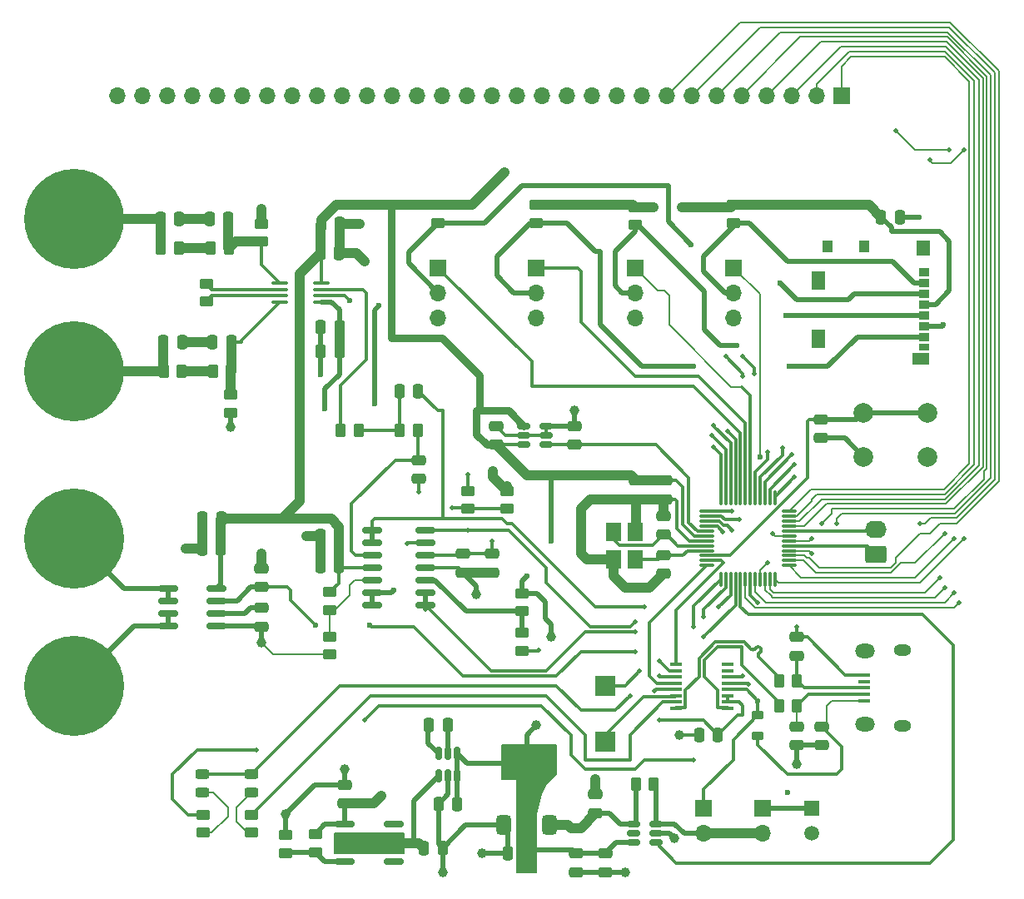
<source format=gtl>
G04 #@! TF.GenerationSoftware,KiCad,Pcbnew,8.0.1-rc1*
G04 #@! TF.CreationDate,2024-05-12T14:13:22-04:00*
G04 #@! TF.ProjectId,STM32_Play_Board,53544d33-325f-4506-9c61-795f426f6172,rev?*
G04 #@! TF.SameCoordinates,Original*
G04 #@! TF.FileFunction,Copper,L1,Top*
G04 #@! TF.FilePolarity,Positive*
%FSLAX46Y46*%
G04 Gerber Fmt 4.6, Leading zero omitted, Abs format (unit mm)*
G04 Created by KiCad (PCBNEW 8.0.1-rc1) date 2024-05-12 14:13:22*
%MOMM*%
%LPD*%
G01*
G04 APERTURE LIST*
G04 Aperture macros list*
%AMRoundRect*
0 Rectangle with rounded corners*
0 $1 Rounding radius*
0 $2 $3 $4 $5 $6 $7 $8 $9 X,Y pos of 4 corners*
0 Add a 4 corners polygon primitive as box body*
4,1,4,$2,$3,$4,$5,$6,$7,$8,$9,$2,$3,0*
0 Add four circle primitives for the rounded corners*
1,1,$1+$1,$2,$3*
1,1,$1+$1,$4,$5*
1,1,$1+$1,$6,$7*
1,1,$1+$1,$8,$9*
0 Add four rect primitives between the rounded corners*
20,1,$1+$1,$2,$3,$4,$5,0*
20,1,$1+$1,$4,$5,$6,$7,0*
20,1,$1+$1,$6,$7,$8,$9,0*
20,1,$1+$1,$8,$9,$2,$3,0*%
G04 Aperture macros list end*
G04 #@! TA.AperFunction,Conductor*
%ADD10C,0.200000*%
G04 #@! TD*
G04 #@! TA.AperFunction,ComponentPad*
%ADD11R,1.700000X1.700000*%
G04 #@! TD*
G04 #@! TA.AperFunction,ComponentPad*
%ADD12O,1.700000X1.700000*%
G04 #@! TD*
G04 #@! TA.AperFunction,SMDPad,CuDef*
%ADD13RoundRect,0.250000X-0.450000X0.262500X-0.450000X-0.262500X0.450000X-0.262500X0.450000X0.262500X0*%
G04 #@! TD*
G04 #@! TA.AperFunction,SMDPad,CuDef*
%ADD14RoundRect,0.150000X-0.825000X-0.150000X0.825000X-0.150000X0.825000X0.150000X-0.825000X0.150000X0*%
G04 #@! TD*
G04 #@! TA.AperFunction,SMDPad,CuDef*
%ADD15R,2.000000X2.000000*%
G04 #@! TD*
G04 #@! TA.AperFunction,SMDPad,CuDef*
%ADD16RoundRect,0.250000X-0.250000X-0.475000X0.250000X-0.475000X0.250000X0.475000X-0.250000X0.475000X0*%
G04 #@! TD*
G04 #@! TA.AperFunction,SMDPad,CuDef*
%ADD17RoundRect,0.250000X0.450000X-0.262500X0.450000X0.262500X-0.450000X0.262500X-0.450000X-0.262500X0*%
G04 #@! TD*
G04 #@! TA.AperFunction,SMDPad,CuDef*
%ADD18RoundRect,0.250000X0.475000X-0.250000X0.475000X0.250000X-0.475000X0.250000X-0.475000X-0.250000X0*%
G04 #@! TD*
G04 #@! TA.AperFunction,SMDPad,CuDef*
%ADD19RoundRect,0.243750X0.456250X-0.243750X0.456250X0.243750X-0.456250X0.243750X-0.456250X-0.243750X0*%
G04 #@! TD*
G04 #@! TA.AperFunction,SMDPad,CuDef*
%ADD20RoundRect,0.150000X0.512500X0.150000X-0.512500X0.150000X-0.512500X-0.150000X0.512500X-0.150000X0*%
G04 #@! TD*
G04 #@! TA.AperFunction,SMDPad,CuDef*
%ADD21R,1.200000X0.400000*%
G04 #@! TD*
G04 #@! TA.AperFunction,SMDPad,CuDef*
%ADD22RoundRect,0.250000X-0.475000X0.250000X-0.475000X-0.250000X0.475000X-0.250000X0.475000X0.250000X0*%
G04 #@! TD*
G04 #@! TA.AperFunction,SMDPad,CuDef*
%ADD23RoundRect,0.250000X0.250000X0.475000X-0.250000X0.475000X-0.250000X-0.475000X0.250000X-0.475000X0*%
G04 #@! TD*
G04 #@! TA.AperFunction,SMDPad,CuDef*
%ADD24R,1.100000X0.850000*%
G04 #@! TD*
G04 #@! TA.AperFunction,SMDPad,CuDef*
%ADD25R,1.100000X0.750000*%
G04 #@! TD*
G04 #@! TA.AperFunction,SMDPad,CuDef*
%ADD26R,1.000000X1.200000*%
G04 #@! TD*
G04 #@! TA.AperFunction,SMDPad,CuDef*
%ADD27R,1.350000X1.550000*%
G04 #@! TD*
G04 #@! TA.AperFunction,SMDPad,CuDef*
%ADD28R,1.350000X1.900000*%
G04 #@! TD*
G04 #@! TA.AperFunction,SMDPad,CuDef*
%ADD29R,1.800000X1.170000*%
G04 #@! TD*
G04 #@! TA.AperFunction,SMDPad,CuDef*
%ADD30RoundRect,0.250000X-0.262500X-0.450000X0.262500X-0.450000X0.262500X0.450000X-0.262500X0.450000X0*%
G04 #@! TD*
G04 #@! TA.AperFunction,SMDPad,CuDef*
%ADD31R,1.300000X0.450000*%
G04 #@! TD*
G04 #@! TA.AperFunction,ComponentPad*
%ADD32O,1.800000X1.150000*%
G04 #@! TD*
G04 #@! TA.AperFunction,ComponentPad*
%ADD33O,2.000000X1.450000*%
G04 #@! TD*
G04 #@! TA.AperFunction,ComponentPad*
%ADD34C,1.500000*%
G04 #@! TD*
G04 #@! TA.AperFunction,SMDPad,CuDef*
%ADD35RoundRect,0.150000X0.150000X-0.512500X0.150000X0.512500X-0.150000X0.512500X-0.150000X-0.512500X0*%
G04 #@! TD*
G04 #@! TA.AperFunction,ComponentPad*
%ADD36RoundRect,0.250000X0.845000X-0.620000X0.845000X0.620000X-0.845000X0.620000X-0.845000X-0.620000X0*%
G04 #@! TD*
G04 #@! TA.AperFunction,ComponentPad*
%ADD37O,2.190000X1.740000*%
G04 #@! TD*
G04 #@! TA.AperFunction,SMDPad,CuDef*
%ADD38RoundRect,0.250000X0.262500X0.450000X-0.262500X0.450000X-0.262500X-0.450000X0.262500X-0.450000X0*%
G04 #@! TD*
G04 #@! TA.AperFunction,SMDPad,CuDef*
%ADD39RoundRect,0.100000X-0.712500X-0.100000X0.712500X-0.100000X0.712500X0.100000X-0.712500X0.100000X0*%
G04 #@! TD*
G04 #@! TA.AperFunction,SMDPad,CuDef*
%ADD40RoundRect,0.375000X0.375000X-0.625000X0.375000X0.625000X-0.375000X0.625000X-0.375000X-0.625000X0*%
G04 #@! TD*
G04 #@! TA.AperFunction,SMDPad,CuDef*
%ADD41RoundRect,0.500000X1.400000X-0.500000X1.400000X0.500000X-1.400000X0.500000X-1.400000X-0.500000X0*%
G04 #@! TD*
G04 #@! TA.AperFunction,ComponentPad*
%ADD42C,2.000000*%
G04 #@! TD*
G04 #@! TA.AperFunction,SMDPad,CuDef*
%ADD43RoundRect,0.218750X-0.381250X0.218750X-0.381250X-0.218750X0.381250X-0.218750X0.381250X0.218750X0*%
G04 #@! TD*
G04 #@! TA.AperFunction,SMDPad,CuDef*
%ADD44RoundRect,0.075000X-0.662500X-0.075000X0.662500X-0.075000X0.662500X0.075000X-0.662500X0.075000X0*%
G04 #@! TD*
G04 #@! TA.AperFunction,SMDPad,CuDef*
%ADD45RoundRect,0.075000X-0.075000X-0.662500X0.075000X-0.662500X0.075000X0.662500X-0.075000X0.662500X0*%
G04 #@! TD*
G04 #@! TA.AperFunction,SMDPad,CuDef*
%ADD46R,1.650000X1.950000*%
G04 #@! TD*
G04 #@! TA.AperFunction,ComponentPad*
%ADD47C,10.160000*%
G04 #@! TD*
G04 #@! TA.AperFunction,ComponentPad*
%ADD48R,1.500000X1.500000*%
G04 #@! TD*
G04 #@! TA.AperFunction,ViaPad*
%ADD49C,1.000000*%
G04 #@! TD*
G04 #@! TA.AperFunction,ViaPad*
%ADD50C,0.500000*%
G04 #@! TD*
G04 #@! TA.AperFunction,ViaPad*
%ADD51C,0.600000*%
G04 #@! TD*
G04 #@! TA.AperFunction,Conductor*
%ADD52C,0.500000*%
G04 #@! TD*
G04 #@! TA.AperFunction,Conductor*
%ADD53C,0.300000*%
G04 #@! TD*
G04 #@! TA.AperFunction,Conductor*
%ADD54C,1.000000*%
G04 #@! TD*
G04 #@! TA.AperFunction,Conductor*
%ADD55C,0.750000*%
G04 #@! TD*
G04 APERTURE END LIST*
D10*
G04 #@! TO.N,Net-(U2-VOUT)*
X126500000Y-127000000D02*
X119500000Y-127000000D01*
X119500000Y-125000000D01*
X126500000Y-125000000D01*
X126500000Y-127000000D01*
G04 #@! TA.AperFunction,Conductor*
G36*
X126500000Y-127000000D02*
G01*
X119500000Y-127000000D01*
X119500000Y-125000000D01*
X126500000Y-125000000D01*
X126500000Y-127000000D01*
G37*
G04 #@! TD.AperFunction*
G04 #@! TO.N,+3.3V*
X142000000Y-119000000D02*
X141000000Y-120000000D01*
X140500000Y-121000000D01*
X140000000Y-123000000D01*
X140000000Y-129000000D01*
X138000000Y-129000000D01*
X138000000Y-119500000D01*
X136500000Y-119500000D01*
X136500000Y-116000000D01*
X142000000Y-116000000D01*
X142000000Y-119000000D01*
G04 #@! TA.AperFunction,Conductor*
G36*
X142000000Y-119000000D02*
G01*
X141000000Y-120000000D01*
X140500000Y-121000000D01*
X140000000Y-123000000D01*
X140000000Y-129000000D01*
X138000000Y-129000000D01*
X138000000Y-119500000D01*
X136500000Y-119500000D01*
X136500000Y-116000000D01*
X142000000Y-116000000D01*
X142000000Y-119000000D01*
G37*
G04 #@! TD.AperFunction*
G04 #@! TD*
D11*
G04 #@! TO.P,J12,1,Pin_1*
G04 #@! TO.N,/Micrcontroller STM32C0/SPI_Mosi*
X130000000Y-67460000D03*
D12*
G04 #@! TO.P,J12,2,Pin_2*
G04 #@! TO.N,/SD_CARD/SPI_Mosi_SD*
X130000000Y-70000000D03*
G04 #@! TO.P,J12,3,Pin_3*
G04 #@! TO.N,/SD_CARD/SPI_Mosi_Break*
X130000000Y-72540000D03*
G04 #@! TD*
D13*
G04 #@! TO.P,R8,1*
G04 #@! TO.N,+3.3V*
X150000000Y-61287500D03*
G04 #@! TO.P,R8,2*
G04 #@! TO.N,/SD_CARD/SPI_Clk_SD*
X150000000Y-63112500D03*
G04 #@! TD*
D14*
G04 #@! TO.P,U8,1,IP+*
G04 #@! TO.N,Net-(J9-Pin_1)*
X102525000Y-100095000D03*
G04 #@! TO.P,U8,2,IP+*
X102525000Y-101365000D03*
G04 #@! TO.P,U8,3,IP-*
G04 #@! TO.N,Net-(J8-Pin_1)*
X102525000Y-102635000D03*
G04 #@! TO.P,U8,4,IP-*
X102525000Y-103905000D03*
G04 #@! TO.P,U8,5,GND*
G04 #@! TO.N,Earth*
X107475000Y-103905000D03*
G04 #@! TO.P,U8,6,FILTER*
G04 #@! TO.N,Net-(U8-FILTER)*
X107475000Y-102635000D03*
G04 #@! TO.P,U8,7,VIOUT*
G04 #@! TO.N,/Micrcontroller STM32C0/Curr_meas*
X107475000Y-101365000D03*
G04 #@! TO.P,U8,8,VCC*
G04 #@! TO.N,+3.3V*
X107475000Y-100095000D03*
G04 #@! TD*
D15*
G04 #@! TO.P,TP2,1,1*
G04 #@! TO.N,Net-(U1-~{CTS})*
X147000000Y-115650000D03*
G04 #@! TD*
D16*
G04 #@! TO.P,C23,1*
G04 #@! TO.N,Net-(C21-Pad2)*
X106775000Y-62500000D03*
G04 #@! TO.P,C23,2*
G04 #@! TO.N,Net-(U10--)*
X108675000Y-62500000D03*
G04 #@! TD*
G04 #@! TO.P,C32,1*
G04 #@! TO.N,Earth*
X118000000Y-97800000D03*
G04 #@! TO.P,C32,2*
G04 #@! TO.N,+3.3V*
X119900000Y-97800000D03*
G04 #@! TD*
D17*
G04 #@! TO.P,R4,1*
G04 #@! TO.N,Net-(D2-K)*
X111000000Y-124912500D03*
G04 #@! TO.P,R4,2*
G04 #@! TO.N,Net-(U1-CBUS2)*
X111000000Y-123087500D03*
G04 #@! TD*
D13*
G04 #@! TO.P,R19,1*
G04 #@! TO.N,Net-(R19-Pad1)*
X106400000Y-69087500D03*
G04 #@! TO.P,R19,2*
G04 #@! TO.N,Net-(R19-Pad2)*
X106400000Y-70912500D03*
G04 #@! TD*
G04 #@! TO.P,R5,1*
G04 #@! TO.N,+3.3V*
X140000000Y-61087500D03*
G04 #@! TO.P,R5,2*
G04 #@! TO.N,/SD_CARD/SPI_Miso_SD*
X140000000Y-62912500D03*
G04 #@! TD*
D18*
G04 #@! TO.P,C35,1*
G04 #@! TO.N,Earth*
X112000000Y-103950000D03*
G04 #@! TO.P,C35,2*
G04 #@! TO.N,Net-(U8-FILTER)*
X112000000Y-102050000D03*
G04 #@! TD*
D19*
G04 #@! TO.P,D1,1,K*
G04 #@! TO.N,Net-(D1-K)*
X106000000Y-120875000D03*
G04 #@! TO.P,D1,2,A*
G04 #@! TO.N,/USB to UART/USB_3V3*
X106000000Y-119000000D03*
G04 #@! TD*
D20*
G04 #@! TO.P,U3,1,OUT*
G04 #@! TO.N,/Micrcontroller STM32C0/3.3V_Ref*
X141000000Y-85450000D03*
G04 #@! TO.P,U3,2,GND*
G04 #@! TO.N,Earth*
X141000000Y-84500000D03*
G04 #@! TO.P,U3,3,GND*
X141000000Y-83550000D03*
G04 #@! TO.P,U3,4,~{SHDN}*
G04 #@! TO.N,+3.3V*
X138725000Y-83550000D03*
G04 #@! TO.P,U3,5,GND*
G04 #@! TO.N,Earth*
X138725000Y-84500000D03*
G04 #@! TO.P,U3,6,VDD*
G04 #@! TO.N,+3.3V*
X138725000Y-85450000D03*
G04 #@! TD*
D18*
G04 #@! TO.P,C9,1*
G04 #@! TO.N,/Micrcontroller STM32C0/OSC_IN*
X152900000Y-94600000D03*
G04 #@! TO.P,C9,2*
G04 #@! TO.N,Earth*
X152900000Y-92700000D03*
G04 #@! TD*
D21*
G04 #@! TO.P,U1,1,TXD*
G04 #@! TO.N,/Micrcontroller STM32C0/UART1_Tx*
X154200000Y-107842500D03*
G04 #@! TO.P,U1,2,~{RTS}*
G04 #@! TO.N,Net-(U1-~{RTS})*
X154200000Y-108477500D03*
G04 #@! TO.P,U1,3,VCCIO*
G04 #@! TO.N,/USB to UART/USB_3V3*
X154200000Y-109112500D03*
G04 #@! TO.P,U1,4,RXD*
G04 #@! TO.N,/Micrcontroller STM32C0/UART1_Rx*
X154200000Y-109747500D03*
G04 #@! TO.P,U1,5,GND*
G04 #@! TO.N,Earth*
X154200000Y-110382500D03*
G04 #@! TO.P,U1,6,~{CTS}*
G04 #@! TO.N,Net-(U1-~{CTS})*
X154200000Y-111017500D03*
G04 #@! TO.P,U1,7,CBUS2*
G04 #@! TO.N,Net-(U1-CBUS2)*
X154200000Y-111652500D03*
G04 #@! TO.P,U1,8,USBDP*
G04 #@! TO.N,/USB to UART/USBD+*
X154200000Y-112287500D03*
G04 #@! TO.P,U1,9,USBDM*
G04 #@! TO.N,/USB to UART/USBD-*
X159400000Y-112287500D03*
G04 #@! TO.P,U1,10,3V3OUT*
G04 #@! TO.N,/USB to UART/USB_3V3*
X159400000Y-111652500D03*
G04 #@! TO.P,U1,11,~{RESET}*
X159400000Y-111017500D03*
G04 #@! TO.P,U1,12,VCC*
G04 #@! TO.N,VBUS*
X159400000Y-110382500D03*
G04 #@! TO.P,U1,13,GND*
G04 #@! TO.N,Earth*
X159400000Y-109747500D03*
G04 #@! TO.P,U1,14,CBUS1*
G04 #@! TO.N,Net-(U1-CBUS1)*
X159400000Y-109112500D03*
G04 #@! TO.P,U1,15,CBUS0*
G04 #@! TO.N,unconnected-(U1-CBUS0-Pad15)*
X159400000Y-108477500D03*
G04 #@! TO.P,U1,16,CBUS3*
G04 #@! TO.N,unconnected-(U1-CBUS3-Pad16)*
X159400000Y-107842500D03*
G04 #@! TD*
D22*
G04 #@! TO.P,C18,1*
G04 #@! TO.N,Earth*
X120500000Y-120050000D03*
G04 #@! TO.P,C18,2*
G04 #@! TO.N,-3V3*
X120500000Y-121950000D03*
G04 #@! TD*
D23*
G04 #@! TO.P,C2,1*
G04 #@! TO.N,/USB to UART/USB_3V3*
X158450000Y-115000000D03*
G04 #@! TO.P,C2,2*
G04 #@! TO.N,Earth*
X156550000Y-115000000D03*
G04 #@! TD*
D24*
G04 #@! TO.P,J2,1,DAT2*
G04 #@! TO.N,unconnected-(J2-DAT2-Pad1)*
X179450000Y-67895000D03*
G04 #@! TO.P,J2,2,DAT3/CD*
G04 #@! TO.N,/SD_CARD/SPI_Cs_SD*
X179450000Y-68995000D03*
G04 #@! TO.P,J2,3,CMD*
G04 #@! TO.N,/SD_CARD/SPI_Mosi_SD*
X179450000Y-70095000D03*
G04 #@! TO.P,J2,4,VDD*
G04 #@! TO.N,+3.3V*
X179450000Y-71195000D03*
G04 #@! TO.P,J2,5,CLK*
G04 #@! TO.N,/SD_CARD/SPI_Clk_SD*
X179450000Y-72295000D03*
G04 #@! TO.P,J2,6,VSS*
G04 #@! TO.N,Earth*
X179450000Y-73395000D03*
G04 #@! TO.P,J2,7,DAT0*
G04 #@! TO.N,/SD_CARD/SPI_Miso_SD*
X179450000Y-74495000D03*
D25*
G04 #@! TO.P,J2,8,DAT1*
G04 #@! TO.N,unconnected-(J2-DAT1-Pad8)*
X179450000Y-75545000D03*
D26*
G04 #@! TO.P,J2,9,SHIELD*
G04 #@! TO.N,unconnected-(J2-SHIELD-Pad9)*
X173300000Y-65260000D03*
G04 #@! TO.P,J2,10*
G04 #@! TO.N,N/C*
X169600000Y-65260000D03*
D27*
G04 #@! TO.P,J2,11*
X179325000Y-65435000D03*
D28*
X168625000Y-68760000D03*
X168625000Y-74730000D03*
D29*
X179100000Y-76755000D03*
G04 #@! TD*
D16*
G04 #@! TO.P,C19,1*
G04 #@! TO.N,Net-(C19-Pad1)*
X126050000Y-80000000D03*
G04 #@! TO.P,C19,2*
G04 #@! TO.N,/Micrcontroller STM32C0/Volt_meas*
X127950000Y-80000000D03*
G04 #@! TD*
D18*
G04 #@! TO.P,C10,1*
G04 #@! TO.N,/Micrcontroller STM32C0/3.3V_Ref*
X143862500Y-85450000D03*
G04 #@! TO.P,C10,2*
G04 #@! TO.N,Earth*
X143862500Y-83550000D03*
G04 #@! TD*
D17*
G04 #@! TO.P,R21,1*
G04 #@! TO.N,Net-(U12C-+)*
X138500000Y-102412500D03*
G04 #@! TO.P,R21,2*
G04 #@! TO.N,+3.3V*
X138500000Y-100587500D03*
G04 #@! TD*
D16*
G04 #@! TO.P,C24,1*
G04 #@! TO.N,Net-(J7-Pin_1)*
X102050000Y-75000000D03*
G04 #@! TO.P,C24,2*
G04 #@! TO.N,Net-(C24-Pad2)*
X103950000Y-75000000D03*
G04 #@! TD*
D18*
G04 #@! TO.P,C8,1*
G04 #@! TO.N,+3.3V*
X135862500Y-85450000D03*
G04 #@! TO.P,C8,2*
G04 #@! TO.N,Earth*
X135862500Y-83550000D03*
G04 #@! TD*
D30*
G04 #@! TO.P,R11,1*
G04 #@! TO.N,Net-(J4-Pin_1)*
X101812500Y-65500000D03*
G04 #@! TO.P,R11,2*
G04 #@! TO.N,Net-(R11-Pad2)*
X103637500Y-65500000D03*
G04 #@! TD*
D16*
G04 #@! TO.P,C33,1*
G04 #@! TO.N,Earth*
X106000000Y-96000000D03*
G04 #@! TO.P,C33,2*
G04 #@! TO.N,+3.3V*
X107900000Y-96000000D03*
G04 #@! TD*
D14*
G04 #@! TO.P,U7,1,VO*
G04 #@! TO.N,-3V3*
X120525000Y-124095000D03*
G04 #@! TO.P,U7,2,VI*
G04 #@! TO.N,Net-(U2-VOUT)*
X120525000Y-125365000D03*
G04 #@! TO.P,U7,3,VI*
X120525000Y-126635000D03*
G04 #@! TO.P,U7,4,ADJ*
G04 #@! TO.N,Net-(U7-ADJ)*
X120525000Y-127905000D03*
G04 #@! TO.P,U7,5,NC*
G04 #@! TO.N,unconnected-(U7-NC-Pad5)*
X125475000Y-127905000D03*
G04 #@! TO.P,U7,6,VI*
G04 #@! TO.N,Net-(U2-VOUT)*
X125475000Y-126635000D03*
G04 #@! TO.P,U7,7,VI*
X125475000Y-125365000D03*
G04 #@! TO.P,U7,8,NC*
G04 #@! TO.N,unconnected-(U7-NC-Pad8)*
X125475000Y-124095000D03*
G04 #@! TD*
D17*
G04 #@! TO.P,R26,1*
G04 #@! TO.N,Earth*
X119000000Y-106800000D03*
G04 #@! TO.P,R26,2*
G04 #@! TO.N,Net-(U12B-+)*
X119000000Y-104975000D03*
G04 #@! TD*
D31*
G04 #@! TO.P,J1,1,VBUS*
G04 #@! TO.N,Net-(J1-VBUS)*
X173345000Y-111505000D03*
G04 #@! TO.P,J1,2,D-*
G04 #@! TO.N,Net-(J1-D-)*
X173345000Y-110855000D03*
G04 #@! TO.P,J1,3,D+*
G04 #@! TO.N,Net-(J1-D+)*
X173345000Y-110205000D03*
G04 #@! TO.P,J1,4,ID*
G04 #@! TO.N,unconnected-(J1-ID-Pad4)*
X173345000Y-109555000D03*
G04 #@! TO.P,J1,5,GND*
G04 #@! TO.N,Earth*
X173345000Y-108905000D03*
D32*
G04 #@! TO.P,J1,6,Shield*
G04 #@! TO.N,unconnected-(J1-Shield-Pad6)_2*
X177195000Y-114080000D03*
D33*
G04 #@! TO.N,unconnected-(J1-Shield-Pad6)_0*
X173395000Y-113930000D03*
G04 #@! TO.N,unconnected-(J1-Shield-Pad6)_1*
X173395000Y-106480000D03*
D32*
G04 #@! TO.N,unconnected-(J1-Shield-Pad6)*
X177195000Y-106330000D03*
G04 #@! TD*
D16*
G04 #@! TO.P,C31,1*
G04 #@! TO.N,Earth*
X118000000Y-94790000D03*
G04 #@! TO.P,C31,2*
G04 #@! TO.N,+3.3V*
X119900000Y-94790000D03*
G04 #@! TD*
D34*
G04 #@! TO.P,J5,1,Pin_1*
G04 #@! TO.N,Earth*
X168000000Y-125000000D03*
G04 #@! TD*
D30*
G04 #@! TO.P,R14,1*
G04 #@! TO.N,Net-(C19-Pad1)*
X126087500Y-84000000D03*
G04 #@! TO.P,R14,2*
G04 #@! TO.N,Net-(U12A-+)*
X127912500Y-84000000D03*
G04 #@! TD*
D23*
G04 #@! TO.P,C26,1*
G04 #@! TO.N,Earth*
X119900000Y-66000000D03*
G04 #@! TO.P,C26,2*
G04 #@! TO.N,+3.3V*
X118000000Y-66000000D03*
G04 #@! TD*
D18*
G04 #@! TO.P,C3,1*
G04 #@! TO.N,Net-(J1-D+)*
X166500000Y-106950000D03*
G04 #@! TO.P,C3,2*
G04 #@! TO.N,Earth*
X166500000Y-105050000D03*
G04 #@! TD*
D11*
G04 #@! TO.P,J13,1,Pin_1*
G04 #@! TO.N,/Micrcontroller STM32C0/SPI_Clk*
X150000000Y-67460000D03*
D12*
G04 #@! TO.P,J13,2,Pin_2*
G04 #@! TO.N,/SD_CARD/SPI_Clk_SD*
X150000000Y-70000000D03*
G04 #@! TO.P,J13,3,Pin_3*
G04 #@! TO.N,/SD_CARD/SPI_Clk_Break*
X150000000Y-72540000D03*
G04 #@! TD*
D13*
G04 #@! TO.P,R24,1*
G04 #@! TO.N,-3V3*
X137000000Y-90175000D03*
G04 #@! TO.P,R24,2*
G04 #@! TO.N,Net-(U12D--)*
X137000000Y-92000000D03*
G04 #@! TD*
G04 #@! TO.P,R10,1*
G04 #@! TO.N,Earth*
X114500000Y-125175000D03*
G04 #@! TO.P,R10,2*
G04 #@! TO.N,Net-(U7-ADJ)*
X114500000Y-127000000D03*
G04 #@! TD*
D35*
G04 #@! TO.P,U2,1,VOUT*
G04 #@! TO.N,Net-(U2-VOUT)*
X130050000Y-119137500D03*
G04 #@! TO.P,U2,2,GND*
G04 #@! TO.N,Earth*
X131000000Y-119137500D03*
G04 #@! TO.P,U2,3,VIN*
G04 #@! TO.N,+3.3V*
X131950000Y-119137500D03*
G04 #@! TO.P,U2,4,EN*
X131950000Y-116862500D03*
G04 #@! TO.P,U2,5,C1+*
G04 #@! TO.N,Net-(U2-C1+)*
X131000000Y-116862500D03*
G04 #@! TO.P,U2,6,C1-*
G04 #@! TO.N,Net-(U2-C1-)*
X130050000Y-116862500D03*
G04 #@! TD*
D36*
G04 #@! TO.P,J3,1,Pin_1*
G04 #@! TO.N,/Micrcontroller STM32C0/I2C1_SCL*
X174500000Y-96600000D03*
D37*
G04 #@! TO.P,J3,2,Pin_2*
G04 #@! TO.N,/Micrcontroller STM32C0/I2C1_SDA*
X174500000Y-94060000D03*
G04 #@! TD*
D38*
G04 #@! TO.P,R2,1*
G04 #@! TO.N,Net-(J1-D-)*
X166500000Y-112000000D03*
G04 #@! TO.P,R2,2*
G04 #@! TO.N,/USB to UART/USBD-*
X164675000Y-112000000D03*
G04 #@! TD*
D13*
G04 #@! TO.P,R17,1*
G04 #@! TO.N,Net-(U10-+)*
X108900000Y-80387500D03*
G04 #@! TO.P,R17,2*
G04 #@! TO.N,Earth*
X108900000Y-82212500D03*
G04 #@! TD*
D39*
G04 #@! TO.P,U10,1,-*
G04 #@! TO.N,Net-(U10--)*
X113887500Y-69025000D03*
G04 #@! TO.P,U10,2,Rg*
G04 #@! TO.N,Net-(R19-Pad1)*
X113887500Y-69675000D03*
G04 #@! TO.P,U10,3,Rg*
G04 #@! TO.N,Net-(R19-Pad2)*
X113887500Y-70325000D03*
G04 #@! TO.P,U10,4,+*
G04 #@! TO.N,Net-(U10-+)*
X113887500Y-70975000D03*
G04 #@! TO.P,U10,5,Vs-*
G04 #@! TO.N,-3V3*
X118112500Y-70975000D03*
G04 #@! TO.P,U10,6,Ref*
G04 #@! TO.N,/Voltage and Current Measurement/1.6 V Ref*
X118112500Y-70325000D03*
G04 #@! TO.P,U10,7*
G04 #@! TO.N,Net-(R13-Pad1)*
X118112500Y-69675000D03*
G04 #@! TO.P,U10,8,Vs+*
G04 #@! TO.N,+3.3V*
X118112500Y-69025000D03*
G04 #@! TD*
D40*
G04 #@! TO.P,U6,1,GND*
G04 #@! TO.N,Earth*
X136700000Y-124150000D03*
G04 #@! TO.P,U6,2,VO*
G04 #@! TO.N,+3.3V*
X139000000Y-124150000D03*
D41*
X139000000Y-117850000D03*
D40*
G04 #@! TO.P,U6,3,VI*
G04 #@! TO.N,/Power/Rsense-*
X141300000Y-124150000D03*
G04 #@! TD*
D18*
G04 #@! TO.P,C29,1*
G04 #@! TO.N,-3V3*
X132500000Y-98450000D03*
G04 #@! TO.P,C29,2*
G04 #@! TO.N,Earth*
X132500000Y-96550000D03*
G04 #@! TD*
D22*
G04 #@! TO.P,C4,1*
G04 #@! TO.N,Net-(J1-D-)*
X166500000Y-114150000D03*
G04 #@! TO.P,C4,2*
G04 #@! TO.N,Earth*
X166500000Y-116050000D03*
G04 #@! TD*
D16*
G04 #@! TO.P,C27,1*
G04 #@! TO.N,Earth*
X118050000Y-76000000D03*
G04 #@! TO.P,C27,2*
G04 #@! TO.N,-3V3*
X119950000Y-76000000D03*
G04 #@! TD*
G04 #@! TO.P,C34,1*
G04 #@! TO.N,Earth*
X106050000Y-93000000D03*
G04 #@! TO.P,C34,2*
G04 #@! TO.N,+3.3V*
X107950000Y-93000000D03*
G04 #@! TD*
D23*
G04 #@! TO.P,C6,1*
G04 #@! TO.N,+3.3V*
X138950000Y-127000000D03*
G04 #@! TO.P,C6,2*
G04 #@! TO.N,Earth*
X137050000Y-127000000D03*
G04 #@! TD*
D22*
G04 #@! TO.P,C37,1*
G04 #@! TO.N,+3.3V*
X147000000Y-127050000D03*
G04 #@! TO.P,C37,2*
G04 #@! TO.N,Earth*
X147000000Y-128950000D03*
G04 #@! TD*
D23*
G04 #@! TO.P,C15,1*
G04 #@! TO.N,Net-(U2-C1+)*
X130950000Y-114000000D03*
G04 #@! TO.P,C15,2*
G04 #@! TO.N,Net-(U2-C1-)*
X129050000Y-114000000D03*
G04 #@! TD*
D17*
G04 #@! TO.P,R3,1*
G04 #@! TO.N,Net-(D1-K)*
X106090000Y-124912500D03*
G04 #@! TO.P,R3,2*
G04 #@! TO.N,Net-(U1-CBUS1)*
X106090000Y-123087500D03*
G04 #@! TD*
D22*
G04 #@! TO.P,C1,1*
G04 #@! TO.N,Net-(J1-VBUS)*
X169000000Y-114150000D03*
G04 #@! TO.P,C1,2*
G04 #@! TO.N,Earth*
X169000000Y-116050000D03*
G04 #@! TD*
D38*
G04 #@! TO.P,R1,1*
G04 #@! TO.N,Net-(J1-D+)*
X166500000Y-109500000D03*
G04 #@! TO.P,R1,2*
G04 #@! TO.N,/USB to UART/USBD+*
X164675000Y-109500000D03*
G04 #@! TD*
D16*
G04 #@! TO.P,C5,1*
G04 #@! TO.N,+3.3V*
X175037500Y-62300000D03*
G04 #@! TO.P,C5,2*
G04 #@! TO.N,Earth*
X176937500Y-62300000D03*
G04 #@! TD*
D22*
G04 #@! TO.P,C13,1*
G04 #@! TO.N,+3.3V*
X150100000Y-89100000D03*
G04 #@! TO.P,C13,2*
G04 #@! TO.N,Earth*
X150100000Y-91000000D03*
G04 #@! TD*
D11*
G04 #@! TO.P,J14,1,Pin_1*
G04 #@! TO.N,/Micrcontroller STM32C0/SPI_Miso*
X140000000Y-67460000D03*
D12*
G04 #@! TO.P,J14,2,Pin_2*
G04 #@! TO.N,/SD_CARD/SPI_Miso_SD*
X140000000Y-70000000D03*
G04 #@! TO.P,J14,3,Pin_3*
G04 #@! TO.N,/SD_CARD/SPI_Miso_Break*
X140000000Y-72540000D03*
G04 #@! TD*
D18*
G04 #@! TO.P,C7,1*
G04 #@! TO.N,/Power/Rsense-*
X146000000Y-122950000D03*
G04 #@! TO.P,C7,2*
G04 #@! TO.N,Earth*
X146000000Y-121050000D03*
G04 #@! TD*
D17*
G04 #@! TO.P,R22,1*
G04 #@! TO.N,Earth*
X138500000Y-106412500D03*
G04 #@! TO.P,R22,2*
G04 #@! TO.N,Net-(U12C-+)*
X138500000Y-104587500D03*
G04 #@! TD*
G04 #@! TO.P,R25,1*
G04 #@! TO.N,Net-(U12B-+)*
X119000000Y-102300000D03*
G04 #@! TO.P,R25,2*
G04 #@! TO.N,+3.3V*
X119000000Y-100475000D03*
G04 #@! TD*
D13*
G04 #@! TO.P,R6,1*
G04 #@! TO.N,+3.3V*
X130000000Y-61087500D03*
G04 #@! TO.P,R6,2*
G04 #@! TO.N,/SD_CARD/SPI_Mosi_SD*
X130000000Y-62912500D03*
G04 #@! TD*
D11*
G04 #@! TO.P,J11,1,Pin_1*
G04 #@! TO.N,/Micrcontroller STM32C0/SPI_Cs*
X160000000Y-67460000D03*
D12*
G04 #@! TO.P,J11,2,Pin_2*
G04 #@! TO.N,/SD_CARD/SPI_Cs_SD*
X160000000Y-70000000D03*
G04 #@! TO.P,J11,3,Pin_3*
G04 #@! TO.N,/SD_CARD/SPI_Cs_Break*
X160000000Y-72540000D03*
G04 #@! TD*
D19*
G04 #@! TO.P,D2,1,K*
G04 #@! TO.N,Net-(D2-K)*
X111000000Y-120875000D03*
G04 #@! TO.P,D2,2,A*
G04 #@! TO.N,/USB to UART/USB_3V3*
X111000000Y-119000000D03*
G04 #@! TD*
D42*
G04 #@! TO.P,SW2,1,1*
G04 #@! TO.N,/Micrcontroller STM32C0/NRST*
X173250000Y-82200000D03*
X179750000Y-82200000D03*
G04 #@! TO.P,SW2,2,2*
G04 #@! TO.N,Earth*
X173250000Y-86700000D03*
X179750000Y-86700000D03*
G04 #@! TD*
D20*
G04 #@! TO.P,U11,1*
G04 #@! TO.N,/Micrcontroller STM32C0/i_Supply*
X152137500Y-125950000D03*
G04 #@! TO.P,U11,2,V-*
G04 #@! TO.N,Earth*
X152137500Y-125000000D03*
G04 #@! TO.P,U11,3,+*
G04 #@! TO.N,/Power/Rsense+*
X152137500Y-124050000D03*
G04 #@! TO.P,U11,4,-*
G04 #@! TO.N,/Power/Rsense-*
X149862500Y-124050000D03*
G04 #@! TO.P,U11,5*
G04 #@! TO.N,N/C*
X149862500Y-125000000D03*
G04 #@! TO.P,U11,6,V+*
G04 #@! TO.N,+3.3V*
X149862500Y-125950000D03*
G04 #@! TD*
D14*
G04 #@! TO.P,U12,1*
G04 #@! TO.N,/Micrcontroller STM32C0/Volt_meas*
X123300000Y-94190000D03*
G04 #@! TO.P,U12,2,-*
X123300000Y-95460000D03*
G04 #@! TO.P,U12,3,+*
G04 #@! TO.N,Net-(U12A-+)*
X123300000Y-96730000D03*
G04 #@! TO.P,U12,4,V+*
G04 #@! TO.N,+3.3V*
X123300000Y-98000000D03*
G04 #@! TO.P,U12,5,+*
G04 #@! TO.N,Net-(U12B-+)*
X123300000Y-99270000D03*
G04 #@! TO.P,U12,6,-*
G04 #@! TO.N,/Voltage and Current Measurement/1.6 V Ref*
X123300000Y-100540000D03*
G04 #@! TO.P,U12,7*
X123300000Y-101810000D03*
G04 #@! TO.P,U12,8*
G04 #@! TO.N,/Micrcontroller STM32C0/+3V3_Meas*
X128700000Y-101810000D03*
G04 #@! TO.P,U12,9,-*
X128700000Y-100540000D03*
G04 #@! TO.P,U12,10,+*
G04 #@! TO.N,Net-(U12C-+)*
X128700000Y-99270000D03*
G04 #@! TO.P,U12,11,V-*
G04 #@! TO.N,-3V3*
X128700000Y-98000000D03*
G04 #@! TO.P,U12,12,+*
G04 #@! TO.N,Earth*
X128700000Y-96730000D03*
G04 #@! TO.P,U12,13,-*
G04 #@! TO.N,Net-(U12D--)*
X128700000Y-95460000D03*
G04 #@! TO.P,U12,14*
G04 #@! TO.N,/Micrcontroller STM32C0/-3V3_Supply*
X128700000Y-94190000D03*
G04 #@! TD*
D11*
G04 #@! TO.P,J10,1,Pin_1*
G04 #@! TO.N,/Connectors/DEBUG_SWCLK*
X171000000Y-50000000D03*
D12*
G04 #@! TO.P,J10,2,Pin_2*
G04 #@! TO.N,/Connectors/DEBUG_SWDIO*
X168460000Y-50000000D03*
G04 #@! TO.P,J10,3,Pin_3*
G04 #@! TO.N,/Connectors/PA12{slash}PA10*
X165920000Y-50000000D03*
G04 #@! TO.P,J10,4,Pin_4*
G04 #@! TO.N,/Connectors/PA11{slash}PA9*
X163380000Y-50000000D03*
G04 #@! TO.P,J10,5,Pin_5*
G04 #@! TO.N,/Connectors/PC7*
X160840000Y-50000000D03*
G04 #@! TO.P,J10,6,Pin_6*
G04 #@! TO.N,/Connectors/PC6*
X158300000Y-50000000D03*
G04 #@! TO.P,J10,7,Pin_7*
G04 #@! TO.N,/Micrcontroller STM32C0/UART2_Tx*
X155760000Y-50000000D03*
G04 #@! TO.P,J10,8,Pin_8*
G04 #@! TO.N,/Connectors/PB15*
X153220000Y-50000000D03*
G04 #@! TO.P,J10,9,Pin_9*
G04 #@! TO.N,/Connectors/PB13*
X150680000Y-50000000D03*
G04 #@! TO.P,J10,10,Pin_10*
G04 #@! TO.N,/Connectors/PB14*
X148140000Y-50000000D03*
G04 #@! TO.P,J10,11,Pin_11*
G04 #@! TO.N,/Connectors/PB12*
X145600000Y-50000000D03*
G04 #@! TO.P,J10,12,Pin_12*
G04 #@! TO.N,/Connectors/PB11*
X143060000Y-50000000D03*
G04 #@! TO.P,J10,13,Pin_13*
G04 #@! TO.N,/Connectors/PB10*
X140520000Y-50000000D03*
G04 #@! TO.P,J10,14,Pin_14*
G04 #@! TO.N,/Connectors/PB1*
X137980000Y-50000000D03*
G04 #@! TO.P,J10,15,Pin_15*
G04 #@! TO.N,/Connectors/PA7*
X135440000Y-50000000D03*
G04 #@! TO.P,J10,16,Pin_16*
G04 #@! TO.N,/Connectors/PB2*
X132900000Y-50000000D03*
G04 #@! TO.P,J10,17,Pin_17*
G04 #@! TO.N,unconnected-(J10-Pin_17-Pad17)*
X130360000Y-50000000D03*
G04 #@! TO.P,J10,18,Pin_18*
G04 #@! TO.N,/Micrcontroller STM32C0/UART2_Rx*
X127820000Y-50000000D03*
G04 #@! TO.P,J10,19,Pin_19*
G04 #@! TO.N,/Connectors/PD0*
X125280000Y-50000000D03*
G04 #@! TO.P,J10,20,Pin_20*
G04 #@! TO.N,/Connectors/PD1*
X122740000Y-50000000D03*
G04 #@! TO.P,J10,21,Pin_21*
G04 #@! TO.N,/Connectors/PD2*
X120200000Y-50000000D03*
G04 #@! TO.P,J10,22,Pin_22*
G04 #@! TO.N,/Connectors/PD3*
X117660000Y-50000000D03*
G04 #@! TO.P,J10,23,Pin_23*
G04 #@! TO.N,/Connectors/PB6*
X115120000Y-50000000D03*
G04 #@! TO.P,J10,24,Pin_24*
G04 #@! TO.N,/Connectors/PB7*
X112580000Y-50000000D03*
G04 #@! TO.P,J10,25,Pin_25*
G04 #@! TO.N,/Connectors/PB8*
X110040000Y-50000000D03*
G04 #@! TO.P,J10,26,Pin_26*
G04 #@! TO.N,/Connectors/PB9*
X107500000Y-50000000D03*
G04 #@! TO.P,J10,27,Pin_27*
G04 #@! TO.N,/Connectors/PC13*
X104960000Y-50000000D03*
G04 #@! TO.P,J10,28,Pin_28*
G04 #@! TO.N,/Connectors/PC14*
X102420000Y-50000000D03*
G04 #@! TO.P,J10,29,Pin_29*
G04 #@! TO.N,/Connectors/PC15*
X99880000Y-50000000D03*
G04 #@! TO.P,J10,30,Pin_30*
G04 #@! TO.N,/Connectors/PF3*
X97340000Y-50000000D03*
G04 #@! TD*
D43*
G04 #@! TO.P,FB1,1*
G04 #@! TO.N,VBUS*
X162500000Y-112937500D03*
G04 #@! TO.P,FB1,2*
G04 #@! TO.N,Net-(J1-VBUS)*
X162500000Y-115062500D03*
G04 #@! TD*
D44*
G04 #@! TO.P,U4,1,PC13*
G04 #@! TO.N,/Connectors/PC13*
X157337500Y-92250000D03*
G04 #@! TO.P,U4,2,PC14*
G04 #@! TO.N,/Connectors/PC14*
X157337500Y-92750000D03*
G04 #@! TO.P,U4,3,PC15*
G04 #@! TO.N,/Connectors/PC15*
X157337500Y-93250000D03*
G04 #@! TO.P,U4,4,PF3*
G04 #@! TO.N,/Connectors/PF3*
X157337500Y-93750000D03*
G04 #@! TO.P,U4,5,VREF+*
G04 #@! TO.N,/Micrcontroller STM32C0/3.3V_Ref*
X157337500Y-94250000D03*
G04 #@! TO.P,U4,6,VDD*
G04 #@! TO.N,+3.3V*
X157337500Y-94750000D03*
G04 #@! TO.P,U4,7,VSS*
G04 #@! TO.N,Earth*
X157337500Y-95250000D03*
G04 #@! TO.P,U4,8,PF0*
G04 #@! TO.N,/Micrcontroller STM32C0/OSC_IN*
X157337500Y-95750000D03*
G04 #@! TO.P,U4,9,PF1*
G04 #@! TO.N,/Micrcontroller STM32C0/OSC_OUT*
X157337500Y-96250000D03*
G04 #@! TO.P,U4,10,PF2*
G04 #@! TO.N,/Micrcontroller STM32C0/NRST*
X157337500Y-96750000D03*
G04 #@! TO.P,U4,11,PA0*
G04 #@! TO.N,/Micrcontroller STM32C0/UART1_Tx*
X157337500Y-97250000D03*
G04 #@! TO.P,U4,12,PA1*
G04 #@! TO.N,/Micrcontroller STM32C0/UART1_Rx*
X157337500Y-97750000D03*
D45*
G04 #@! TO.P,U4,13,PA2*
G04 #@! TO.N,/Micrcontroller STM32C0/+3V3_Meas*
X158750000Y-99162500D03*
G04 #@! TO.P,U4,14,PA3*
G04 #@! TO.N,/Micrcontroller STM32C0/-3V3_Supply*
X159250000Y-99162500D03*
G04 #@! TO.P,U4,15,PA4*
G04 #@! TO.N,/Micrcontroller STM32C0/Volt_meas*
X159750000Y-99162500D03*
G04 #@! TO.P,U4,16,PA5*
G04 #@! TO.N,/Micrcontroller STM32C0/Curr_meas*
X160250000Y-99162500D03*
G04 #@! TO.P,U4,17,PA6*
G04 #@! TO.N,/Micrcontroller STM32C0/i_Supply*
X160750000Y-99162500D03*
G04 #@! TO.P,U4,18,PA7*
G04 #@! TO.N,/Connectors/PA7*
X161250000Y-99162500D03*
G04 #@! TO.P,U4,19,PB0*
G04 #@! TO.N,/Micrcontroller STM32C0/SPI_Cs*
X161750000Y-99162500D03*
G04 #@! TO.P,U4,20,PB1*
G04 #@! TO.N,/Connectors/PB1*
X162250000Y-99162500D03*
G04 #@! TO.P,U4,21,PB2*
G04 #@! TO.N,/Connectors/PB2*
X162750000Y-99162500D03*
G04 #@! TO.P,U4,22,PB10*
G04 #@! TO.N,/Connectors/PB10*
X163250000Y-99162500D03*
G04 #@! TO.P,U4,23,PB11*
G04 #@! TO.N,/Connectors/PB11*
X163750000Y-99162500D03*
G04 #@! TO.P,U4,24,PB12*
G04 #@! TO.N,/Connectors/PB12*
X164250000Y-99162500D03*
D44*
G04 #@! TO.P,U4,25,PB13*
G04 #@! TO.N,/Connectors/PB14*
X165662500Y-97750000D03*
G04 #@! TO.P,U4,26,PB14*
G04 #@! TO.N,/Connectors/PB13*
X165662500Y-97250000D03*
G04 #@! TO.P,U4,27,PB15*
G04 #@! TO.N,/Connectors/PB15*
X165662500Y-96750000D03*
G04 #@! TO.P,U4,28,PA8*
G04 #@! TO.N,/Micrcontroller STM32C0/UART2_Tx*
X165662500Y-96250000D03*
G04 #@! TO.P,U4,29,PA9/NC*
G04 #@! TO.N,/Micrcontroller STM32C0/I2C1_SCL*
X165662500Y-95750000D03*
G04 #@! TO.P,U4,30,PC6*
G04 #@! TO.N,/Connectors/PC6*
X165662500Y-95250000D03*
G04 #@! TO.P,U4,31,PC7*
G04 #@! TO.N,/Connectors/PC7*
X165662500Y-94750000D03*
G04 #@! TO.P,U4,32,PA10/NC*
G04 #@! TO.N,/Micrcontroller STM32C0/I2C1_SDA*
X165662500Y-94250000D03*
G04 #@! TO.P,U4,33,PA11/PA9*
G04 #@! TO.N,/Connectors/PA11{slash}PA9*
X165662500Y-93750000D03*
G04 #@! TO.P,U4,34,PA12/PA10*
G04 #@! TO.N,/Connectors/PA12{slash}PA10*
X165662500Y-93250000D03*
G04 #@! TO.P,U4,35,PA13*
G04 #@! TO.N,/Connectors/DEBUG_SWDIO*
X165662500Y-92750000D03*
G04 #@! TO.P,U4,36,PA14*
G04 #@! TO.N,/Connectors/DEBUG_SWCLK*
X165662500Y-92250000D03*
D45*
G04 #@! TO.P,U4,37,PA15*
G04 #@! TO.N,/Micrcontroller STM32C0/UART2_Rx*
X164250000Y-90837500D03*
G04 #@! TO.P,U4,38,PD0*
G04 #@! TO.N,/Connectors/PD0*
X163750000Y-90837500D03*
G04 #@! TO.P,U4,39,PD1*
G04 #@! TO.N,/Connectors/PD1*
X163250000Y-90837500D03*
G04 #@! TO.P,U4,40,PD2*
G04 #@! TO.N,/Connectors/PD2*
X162750000Y-90837500D03*
G04 #@! TO.P,U4,41,PD3*
G04 #@! TO.N,/Connectors/PD3*
X162250000Y-90837500D03*
G04 #@! TO.P,U4,42,PB3*
G04 #@! TO.N,/Micrcontroller STM32C0/SPI_Clk*
X161750000Y-90837500D03*
G04 #@! TO.P,U4,43,PB4*
G04 #@! TO.N,/Micrcontroller STM32C0/SPI_Miso*
X161250000Y-90837500D03*
G04 #@! TO.P,U4,44,PB5*
G04 #@! TO.N,/Micrcontroller STM32C0/SPI_Mosi*
X160750000Y-90837500D03*
G04 #@! TO.P,U4,45,PB6*
G04 #@! TO.N,/Connectors/PB6*
X160250000Y-90837500D03*
G04 #@! TO.P,U4,46,PB7*
G04 #@! TO.N,/Connectors/PB7*
X159750000Y-90837500D03*
G04 #@! TO.P,U4,47,PB8*
G04 #@! TO.N,/Connectors/PB8*
X159250000Y-90837500D03*
G04 #@! TO.P,U4,48,PB9*
G04 #@! TO.N,/Connectors/PB9*
X158750000Y-90837500D03*
G04 #@! TD*
D30*
G04 #@! TO.P,R12,1*
G04 #@! TO.N,Net-(R11-Pad2)*
X106900000Y-65500000D03*
G04 #@! TO.P,R12,2*
G04 #@! TO.N,Net-(U10--)*
X108725000Y-65500000D03*
G04 #@! TD*
D11*
G04 #@! TO.P,JP1,1,A*
G04 #@! TO.N,VBUS*
X157000000Y-122460000D03*
D12*
G04 #@! TO.P,JP1,2,B*
G04 #@! TO.N,/Power/Rsense+*
X157000000Y-125000000D03*
G04 #@! TD*
D13*
G04 #@! TO.P,R18,1*
G04 #@! TO.N,Earth*
X112000000Y-63000000D03*
G04 #@! TO.P,R18,2*
G04 #@! TO.N,Net-(U10--)*
X112000000Y-64825000D03*
G04 #@! TD*
D18*
G04 #@! TO.P,C20,1*
G04 #@! TO.N,Earth*
X128000000Y-88950000D03*
G04 #@! TO.P,C20,2*
G04 #@! TO.N,Net-(U12A-+)*
X128000000Y-87050000D03*
G04 #@! TD*
D22*
G04 #@! TO.P,C38,1*
G04 #@! TO.N,+3.3V*
X144000000Y-127050000D03*
G04 #@! TO.P,C38,2*
G04 #@! TO.N,Earth*
X144000000Y-128950000D03*
G04 #@! TD*
D46*
G04 #@! TO.P,Y2,1,1*
G04 #@! TO.N,/Micrcontroller STM32C0/OSC_IN*
X147800000Y-94375000D03*
G04 #@! TO.P,Y2,2,2*
G04 #@! TO.N,Earth*
X147800000Y-97125000D03*
G04 #@! TO.P,Y2,3,3*
G04 #@! TO.N,/Micrcontroller STM32C0/OSC_OUT*
X150000000Y-97125000D03*
G04 #@! TO.P,Y2,4,4*
G04 #@! TO.N,Earth*
X150000000Y-94375000D03*
G04 #@! TD*
D30*
G04 #@! TO.P,R15,1*
G04 #@! TO.N,Net-(J7-Pin_1)*
X102087500Y-78000000D03*
G04 #@! TO.P,R15,2*
G04 #@! TO.N,Net-(R15-Pad2)*
X103912500Y-78000000D03*
G04 #@! TD*
D18*
G04 #@! TO.P,C30,1*
G04 #@! TO.N,-3V3*
X135500000Y-98450000D03*
G04 #@! TO.P,C30,2*
G04 #@! TO.N,Earth*
X135500000Y-96550000D03*
G04 #@! TD*
D47*
G04 #@! TO.P,J4,1,Pin_1*
G04 #@! TO.N,Net-(J4-Pin_1)*
X93000000Y-62500000D03*
G04 #@! TD*
G04 #@! TO.P,J8,1,Pin_1*
G04 #@! TO.N,Net-(J8-Pin_1)*
X93000000Y-110000000D03*
G04 #@! TD*
D22*
G04 #@! TO.P,C12,1*
G04 #@! TO.N,/Micrcontroller STM32C0/NRST*
X168900000Y-82900000D03*
G04 #@! TO.P,C12,2*
G04 #@! TO.N,Earth*
X168900000Y-84800000D03*
G04 #@! TD*
D47*
G04 #@! TO.P,J7,1,Pin_1*
G04 #@! TO.N,Net-(J7-Pin_1)*
X93000000Y-78000000D03*
G04 #@! TD*
D16*
G04 #@! TO.P,C28,1*
G04 #@! TO.N,Earth*
X118050000Y-73500000D03*
G04 #@! TO.P,C28,2*
G04 #@! TO.N,-3V3*
X119950000Y-73500000D03*
G04 #@! TD*
G04 #@! TO.P,C21,1*
G04 #@! TO.N,Net-(J4-Pin_1)*
X101775000Y-62500000D03*
G04 #@! TO.P,C21,2*
G04 #@! TO.N,Net-(C21-Pad2)*
X103675000Y-62500000D03*
G04 #@! TD*
D15*
G04 #@! TO.P,TP1,1,1*
G04 #@! TO.N,Net-(U1-~{RTS})*
X147000000Y-110000000D03*
G04 #@! TD*
D17*
G04 #@! TO.P,R23,1*
G04 #@! TO.N,Net-(U12D--)*
X133000000Y-92000000D03*
G04 #@! TO.P,R23,2*
G04 #@! TO.N,/Micrcontroller STM32C0/-3V3_Supply*
X133000000Y-90175000D03*
G04 #@! TD*
D16*
G04 #@! TO.P,C16,1*
G04 #@! TO.N,Net-(U2-VOUT)*
X128550000Y-126500000D03*
G04 #@! TO.P,C16,2*
G04 #@! TO.N,Earth*
X130450000Y-126500000D03*
G04 #@! TD*
D23*
G04 #@! TO.P,C17,1*
G04 #@! TO.N,+3.3V*
X131950000Y-122000000D03*
G04 #@! TO.P,C17,2*
G04 #@! TO.N,Earth*
X130050000Y-122000000D03*
G04 #@! TD*
D30*
G04 #@! TO.P,R13,1*
G04 #@! TO.N,Net-(R13-Pad1)*
X120087500Y-84000000D03*
G04 #@! TO.P,R13,2*
G04 #@! TO.N,Net-(C19-Pad1)*
X121912500Y-84000000D03*
G04 #@! TD*
D38*
G04 #@! TO.P,R20,1*
G04 #@! TO.N,/Power/Rsense+*
X151912500Y-120000000D03*
G04 #@! TO.P,R20,2*
G04 #@! TO.N,/Power/Rsense-*
X150087500Y-120000000D03*
G04 #@! TD*
D11*
G04 #@! TO.P,JP2,1,A*
G04 #@! TO.N,Net-(J6-Pin_1)*
X163000000Y-122460000D03*
D12*
G04 #@! TO.P,JP2,2,B*
G04 #@! TO.N,/Power/Rsense+*
X163000000Y-125000000D03*
G04 #@! TD*
D13*
G04 #@! TO.P,R7,1*
G04 #@! TO.N,+3.3V*
X160000000Y-61087500D03*
G04 #@! TO.P,R7,2*
G04 #@! TO.N,/SD_CARD/SPI_Cs_SD*
X160000000Y-62912500D03*
G04 #@! TD*
D30*
G04 #@! TO.P,R16,1*
G04 #@! TO.N,Net-(R15-Pad2)*
X107087500Y-78000000D03*
G04 #@! TO.P,R16,2*
G04 #@! TO.N,Net-(U10-+)*
X108912500Y-78000000D03*
G04 #@! TD*
D22*
G04 #@! TO.P,C11,1*
G04 #@! TO.N,/Micrcontroller STM32C0/OSC_OUT*
X152900000Y-96700000D03*
G04 #@! TO.P,C11,2*
G04 #@! TO.N,Earth*
X152900000Y-98600000D03*
G04 #@! TD*
D23*
G04 #@! TO.P,C22,1*
G04 #@! TO.N,Earth*
X120000000Y-63000000D03*
G04 #@! TO.P,C22,2*
G04 #@! TO.N,+3.3V*
X118100000Y-63000000D03*
G04 #@! TD*
D17*
G04 #@! TO.P,R9,1*
G04 #@! TO.N,Net-(U7-ADJ)*
X117500000Y-126912500D03*
G04 #@! TO.P,R9,2*
G04 #@! TO.N,-3V3*
X117500000Y-125087500D03*
G04 #@! TD*
D22*
G04 #@! TO.P,C14,1*
G04 #@! TO.N,+3.3V*
X153100000Y-89100000D03*
G04 #@! TO.P,C14,2*
G04 #@! TO.N,Earth*
X153100000Y-91000000D03*
G04 #@! TD*
D48*
G04 #@! TO.P,J6,1,Pin_1*
G04 #@! TO.N,Net-(J6-Pin_1)*
X168000000Y-122460000D03*
G04 #@! TD*
D16*
G04 #@! TO.P,C25,1*
G04 #@! TO.N,Net-(C24-Pad2)*
X107050000Y-75000000D03*
G04 #@! TO.P,C25,2*
G04 #@! TO.N,Net-(U10-+)*
X108950000Y-75000000D03*
G04 #@! TD*
D47*
G04 #@! TO.P,J9,1,Pin_1*
G04 #@! TO.N,Net-(J9-Pin_1)*
X93000000Y-95000000D03*
G04 #@! TD*
D22*
G04 #@! TO.P,C36,1*
G04 #@! TO.N,Earth*
X112000000Y-98050000D03*
G04 #@! TO.P,C36,2*
G04 #@! TO.N,/Micrcontroller STM32C0/Curr_meas*
X112000000Y-99950000D03*
G04 #@! TD*
D49*
G04 #@! TO.N,Earth*
X112000000Y-105600000D03*
X146000000Y-119500000D03*
X112000000Y-96500000D03*
X149000000Y-129000000D03*
X148000000Y-91000000D03*
X122000000Y-63000000D03*
X134500000Y-127000000D03*
D50*
X140200000Y-106400000D03*
D51*
X118000000Y-78300000D03*
D49*
X154500000Y-115000000D03*
X108900000Y-83700000D03*
X116600000Y-94800000D03*
D50*
X152000000Y-110500000D03*
D49*
X120500000Y-118500000D03*
D50*
X166500000Y-104000000D03*
D51*
X165500000Y-120800000D03*
D49*
X114500000Y-123000000D03*
X104300000Y-96000000D03*
X112000000Y-61500000D03*
X154000000Y-125500000D03*
D50*
X161558688Y-109808951D03*
D51*
X178900000Y-62300000D03*
D50*
X128000000Y-90300000D03*
D49*
X130500000Y-129000000D03*
D51*
X122500000Y-66800000D03*
X181400000Y-73300000D03*
D49*
X166500000Y-118000000D03*
D50*
X135500000Y-95300000D03*
D49*
X143900000Y-82000000D03*
D50*
G04 #@! TO.N,/USB to UART/USB_3V3*
X152500000Y-109000000D03*
X149500000Y-111000000D03*
X152500000Y-113500000D03*
D51*
G04 #@! TO.N,+3.3V*
X141500000Y-95300000D03*
D49*
X141500000Y-105000000D03*
X140000000Y-114000000D03*
X136750000Y-57750000D03*
X142600000Y-61100000D03*
X151900000Y-61300000D03*
D51*
X139000000Y-98800000D03*
D49*
X154800000Y-61300000D03*
G04 #@! TO.N,-3V3*
X133900000Y-100700000D03*
X135600000Y-88200000D03*
D51*
X118500000Y-81800000D03*
D49*
X124200000Y-121200000D03*
D50*
G04 #@! TO.N,/Micrcontroller STM32C0/Volt_meas*
X158500000Y-102000000D03*
X151000000Y-102000000D03*
D51*
G04 #@! TO.N,VBUS*
X162500000Y-111500000D03*
G04 #@! TO.N,/SD_CARD/SPI_Clk_SD*
X160400000Y-75400000D03*
X165400000Y-72300000D03*
G04 #@! TO.N,/SD_CARD/SPI_Mosi_SD*
X164800000Y-69000000D03*
X155700000Y-65100000D03*
G04 #@! TO.N,/SD_CARD/SPI_Miso_SD*
X165700000Y-77500000D03*
X156000000Y-77500000D03*
D50*
G04 #@! TO.N,/Connectors/PF3*
X158937261Y-94300003D03*
G04 #@! TO.N,/Connectors/PB1*
X182500000Y-100500000D03*
G04 #@! TO.N,/Connectors/PD2*
X165000000Y-85750000D03*
G04 #@! TO.N,/Connectors/PB12*
X180000000Y-56500000D03*
X183500000Y-95000000D03*
X183450000Y-55500000D03*
G04 #@! TO.N,/Connectors/PD1*
X166000000Y-86500000D03*
G04 #@! TO.N,/Connectors/PC6*
X168000000Y-95000000D03*
X170500000Y-93500000D03*
G04 #@! TO.N,/Connectors/PC14*
X160600000Y-93100000D03*
G04 #@! TO.N,/Connectors/PD3*
X163500000Y-86250000D03*
G04 #@! TO.N,/Micrcontroller STM32C0/UART2_Rx*
X166250000Y-88750000D03*
X162150000Y-78250000D03*
X161000000Y-76500000D03*
G04 #@! TO.N,/Micrcontroller STM32C0/UART2_Tx*
X168000000Y-96500000D03*
X179000000Y-93500000D03*
G04 #@! TO.N,/Connectors/PB11*
X181000000Y-99000000D03*
G04 #@! TO.N,/Connectors/PC15*
X159900000Y-94200000D03*
G04 #@! TO.N,/Connectors/PB14*
X182000000Y-55500000D03*
X182500000Y-95000000D03*
X176500000Y-53500000D03*
G04 #@! TO.N,/Connectors/PC13*
X159900000Y-92200000D03*
G04 #@! TO.N,/Connectors/PA7*
X183000000Y-101500000D03*
G04 #@! TO.N,/Connectors/PD0*
X166250000Y-87500000D03*
X161000000Y-78500000D03*
X159250000Y-76500000D03*
G04 #@! TO.N,/Connectors/PC7*
X169000000Y-93500000D03*
X164000000Y-94500000D03*
G04 #@! TO.N,/Connectors/PB7*
X158000000Y-83500000D03*
G04 #@! TO.N,/Connectors/PB2*
X163500000Y-97500000D03*
G04 #@! TO.N,/Connectors/PB8*
X157800000Y-84500000D03*
G04 #@! TO.N,/Connectors/PB10*
X181500000Y-100000000D03*
G04 #@! TO.N,/Connectors/PB9*
X158000000Y-85700000D03*
G04 #@! TO.N,/Connectors/PB13*
X181500000Y-94500000D03*
G04 #@! TO.N,/Connectors/PB6*
X159400000Y-84100000D03*
D51*
G04 #@! TO.N,/Micrcontroller STM32C0/SPI_Cs*
X162700000Y-86750000D03*
D50*
X162500000Y-101500000D03*
G04 #@! TO.N,Net-(U1-CBUS1)*
X122500000Y-113500000D03*
X111500000Y-116500000D03*
X161000000Y-109000000D03*
X156000000Y-117500000D03*
G04 #@! TO.N,Net-(U12D--)*
X131400000Y-91900000D03*
X126800000Y-95500000D03*
G04 #@! TO.N,/Micrcontroller STM32C0/-3V3_Supply*
X133000000Y-94190000D03*
X133000000Y-88500000D03*
X157000000Y-103000000D03*
X150000000Y-103500000D03*
G04 #@! TO.N,Net-(U1-~{RTS})*
X152500000Y-107500000D03*
X150500000Y-108500000D03*
G04 #@! TO.N,/Micrcontroller STM32C0/+3V3_Meas*
X150000000Y-104500000D03*
X156000000Y-104000000D03*
D51*
G04 #@! TO.N,/Micrcontroller STM32C0/Curr_meas*
X123000000Y-103800000D03*
D50*
X150000000Y-106500000D03*
D51*
X117500000Y-103800000D03*
D50*
X157000000Y-105000000D03*
D51*
G04 #@! TO.N,/Voltage and Current Measurement/1.6 V Ref*
X124000000Y-71300000D03*
X125500000Y-100300000D03*
X123500000Y-81300000D03*
X121000000Y-70800000D03*
G04 #@! TD*
D52*
G04 #@! TO.N,+3.3V*
X141500000Y-103700000D02*
X140925000Y-103125000D01*
D10*
G04 #@! TO.N,/Connectors/PB12*
X180300000Y-56800000D02*
X180000000Y-56500000D01*
X182150000Y-56800000D02*
X180300000Y-56800000D01*
X183450000Y-55500000D02*
X182150000Y-56800000D01*
G04 #@! TO.N,Net-(D2-K)*
X109500000Y-123800000D02*
X109500000Y-122375000D01*
X109500000Y-122375000D02*
X111000000Y-120875000D01*
X110612500Y-124912500D02*
X109500000Y-123800000D01*
X111000000Y-124912500D02*
X110612500Y-124912500D01*
G04 #@! TO.N,Net-(D1-K)*
X108600000Y-123270000D02*
X108600000Y-122360000D01*
X106957500Y-124912500D02*
X108600000Y-123270000D01*
X107115000Y-120875000D02*
X106000000Y-120875000D01*
X108600000Y-122360000D02*
X107115000Y-120875000D01*
X106090000Y-124912500D02*
X106957500Y-124912500D01*
D52*
G04 #@! TO.N,+3.3V*
X141500000Y-103700000D02*
X141500000Y-105000000D01*
X140087500Y-100587500D02*
X138500000Y-100587500D01*
X140925000Y-103125000D02*
X140925000Y-101425000D01*
X140925000Y-101425000D02*
X140087500Y-100587500D01*
D53*
G04 #@! TO.N,/Micrcontroller STM32C0/SPI_Mosi*
X139500000Y-76960000D02*
X130424264Y-67884264D01*
X160750000Y-84250000D02*
X156000000Y-79500000D01*
X156000000Y-79500000D02*
X139500000Y-79500000D01*
X139500000Y-79500000D02*
X139500000Y-76960000D01*
X160750000Y-90837500D02*
X160750000Y-84250000D01*
G04 #@! TO.N,Earth*
X138725000Y-84500000D02*
X136812500Y-84500000D01*
D52*
X169000000Y-116050000D02*
X166500000Y-116050000D01*
D54*
X106000000Y-96000000D02*
X106000000Y-93050000D01*
D53*
X135500000Y-96550000D02*
X135500000Y-95300000D01*
D54*
X147800000Y-97125000D02*
X145125000Y-97125000D01*
D10*
X119000000Y-106800000D02*
X113200000Y-106800000D01*
D54*
X120000000Y-63000000D02*
X122000000Y-63000000D01*
D52*
X144000000Y-128950000D02*
X147000000Y-128950000D01*
X153500000Y-125000000D02*
X154000000Y-125500000D01*
X120500000Y-120050000D02*
X117450000Y-120050000D01*
D54*
X144500000Y-92000000D02*
X145500000Y-91000000D01*
D53*
X140187500Y-106412500D02*
X140200000Y-106400000D01*
X156550000Y-115000000D02*
X154500000Y-115000000D01*
D52*
X130450000Y-128950000D02*
X130500000Y-129000000D01*
D54*
X144500000Y-96500000D02*
X144500000Y-92000000D01*
D53*
X132500000Y-96550000D02*
X135500000Y-96550000D01*
D52*
X111955000Y-103905000D02*
X112000000Y-103950000D01*
D54*
X145500000Y-91000000D02*
X148000000Y-91000000D01*
D52*
X171350000Y-84800000D02*
X173250000Y-86700000D01*
D54*
X152900000Y-91200000D02*
X153100000Y-91000000D01*
D52*
X118050000Y-76000000D02*
X118050000Y-78250000D01*
X168900000Y-84800000D02*
X171350000Y-84800000D01*
D10*
X113200000Y-106800000D02*
X112000000Y-105600000D01*
D54*
X152900000Y-92700000D02*
X152900000Y-91200000D01*
X150100000Y-91000000D02*
X150100000Y-94275000D01*
X106000000Y-96000000D02*
X104300000Y-96000000D01*
X148000000Y-91000000D02*
X150100000Y-91000000D01*
D52*
X152137500Y-125000000D02*
X153500000Y-125000000D01*
D54*
X151500000Y-100000000D02*
X149000000Y-100000000D01*
X116610000Y-94790000D02*
X116600000Y-94800000D01*
D52*
X132800000Y-124150000D02*
X136700000Y-124150000D01*
X117450000Y-120050000D02*
X114500000Y-123000000D01*
D53*
X132320000Y-96730000D02*
X132500000Y-96550000D01*
X155550000Y-95250000D02*
X154300000Y-94000000D01*
X154100000Y-91000000D02*
X153100000Y-91000000D01*
D52*
X118050000Y-78250000D02*
X118000000Y-78300000D01*
D53*
X154300000Y-91200000D02*
X154100000Y-91000000D01*
D54*
X120000000Y-65900000D02*
X119900000Y-66000000D01*
D52*
X108900000Y-82212500D02*
X108900000Y-83700000D01*
D53*
X166500000Y-105050000D02*
X167550000Y-105050000D01*
D52*
X131000000Y-121050000D02*
X130050000Y-122000000D01*
D53*
X138500000Y-106412500D02*
X140187500Y-106412500D01*
X138725000Y-84500000D02*
X141000000Y-84500000D01*
X161558688Y-109808951D02*
X161497237Y-109747500D01*
D52*
X120500000Y-120050000D02*
X120500000Y-118500000D01*
X147000000Y-128950000D02*
X148950000Y-128950000D01*
D53*
X152117500Y-110382500D02*
X152000000Y-110500000D01*
X154200000Y-110382500D02*
X152117500Y-110382500D01*
D54*
X149000000Y-100000000D02*
X147800000Y-98800000D01*
D52*
X130450000Y-126500000D02*
X130450000Y-128950000D01*
X143862500Y-83550000D02*
X143862500Y-82037500D01*
X137050000Y-124500000D02*
X136700000Y-124150000D01*
X137050000Y-127000000D02*
X137050000Y-124500000D01*
X131000000Y-119137500D02*
X131000000Y-121050000D01*
D54*
X153100000Y-91000000D02*
X150100000Y-91000000D01*
D52*
X143862500Y-82037500D02*
X143900000Y-82000000D01*
D54*
X112000000Y-98050000D02*
X112000000Y-96500000D01*
D53*
X161497237Y-109747500D02*
X159400000Y-109747500D01*
D54*
X145125000Y-97125000D02*
X144500000Y-96500000D01*
D53*
X167550000Y-105050000D02*
X171405000Y-108905000D01*
D52*
X141000000Y-83550000D02*
X143862500Y-83550000D01*
X130050000Y-122000000D02*
X130050000Y-126100000D01*
D54*
X112000000Y-63000000D02*
X112000000Y-61500000D01*
D52*
X130450000Y-126500000D02*
X132800000Y-124150000D01*
D53*
X136812500Y-84500000D02*
X135862500Y-83550000D01*
X154300000Y-94000000D02*
X154300000Y-91200000D01*
D52*
X112000000Y-103950000D02*
X112000000Y-105600000D01*
D54*
X152900000Y-98600000D02*
X151500000Y-100000000D01*
D52*
X176937500Y-62300000D02*
X178900000Y-62300000D01*
D53*
X118112500Y-73437500D02*
X118050000Y-73500000D01*
D52*
X118050000Y-76000000D02*
X118050000Y-73500000D01*
D54*
X147800000Y-98800000D02*
X147800000Y-97125000D01*
X146000000Y-121050000D02*
X146000000Y-119500000D01*
X150100000Y-94275000D02*
X150000000Y-94375000D01*
D52*
X107475000Y-103905000D02*
X111955000Y-103905000D01*
X179450000Y-73395000D02*
X181305000Y-73395000D01*
D54*
X106000000Y-93050000D02*
X106050000Y-93000000D01*
X118000000Y-94790000D02*
X116610000Y-94790000D01*
D53*
X128000000Y-88950000D02*
X128000000Y-90300000D01*
D54*
X119900000Y-66000000D02*
X121700000Y-66000000D01*
D52*
X166500000Y-116050000D02*
X166500000Y-118000000D01*
D53*
X141000000Y-84500000D02*
X141000000Y-83550000D01*
D52*
X148950000Y-128950000D02*
X149000000Y-129000000D01*
D54*
X118000000Y-97800000D02*
X118000000Y-94790000D01*
D53*
X157337500Y-95250000D02*
X155550000Y-95250000D01*
D52*
X137050000Y-127000000D02*
X134500000Y-127000000D01*
D54*
X121700000Y-66000000D02*
X122500000Y-66800000D01*
D53*
X171405000Y-108905000D02*
X173345000Y-108905000D01*
X128700000Y-96730000D02*
X132320000Y-96730000D01*
D52*
X181305000Y-73395000D02*
X181400000Y-73300000D01*
X114500000Y-125175000D02*
X114500000Y-123000000D01*
D54*
X120000000Y-63000000D02*
X120000000Y-65900000D01*
D52*
X130050000Y-126100000D02*
X130450000Y-126500000D01*
D53*
X166500000Y-105050000D02*
X166500000Y-104000000D01*
G04 #@! TO.N,Net-(J1-VBUS)*
X162500000Y-115062500D02*
X162500000Y-116000000D01*
D10*
X169500000Y-113650000D02*
X169500000Y-112000000D01*
X169995000Y-111505000D02*
X173345000Y-111505000D01*
D53*
X170500000Y-119000000D02*
X171000000Y-118500000D01*
X171000000Y-118500000D02*
X171000000Y-116150000D01*
X162500000Y-116000000D02*
X165500000Y-119000000D01*
D10*
X169000000Y-114150000D02*
X169500000Y-113650000D01*
D53*
X171000000Y-116150000D02*
X169000000Y-114150000D01*
D10*
X169500000Y-112000000D02*
X169995000Y-111505000D01*
D53*
X165500000Y-119000000D02*
X170500000Y-119000000D01*
G04 #@! TO.N,/USB to UART/USB_3V3*
X148000000Y-112500000D02*
X144500000Y-112500000D01*
X144500000Y-112500000D02*
X142000000Y-110000000D01*
X160450000Y-113000000D02*
X158450000Y-115000000D01*
X149500000Y-111000000D02*
X148000000Y-112500000D01*
X159400000Y-111017500D02*
X159400000Y-111652500D01*
X111000000Y-119000000D02*
X106000000Y-119000000D01*
X152612500Y-109112500D02*
X152500000Y-109000000D01*
X160652500Y-111652500D02*
X161000000Y-112000000D01*
X142000000Y-110000000D02*
X120000000Y-110000000D01*
X161000000Y-113000000D02*
X160450000Y-113000000D01*
X154200000Y-109112500D02*
X152612500Y-109112500D01*
X156950000Y-113500000D02*
X158450000Y-115000000D01*
X161000000Y-112000000D02*
X161000000Y-113000000D01*
X120000000Y-110000000D02*
X111000000Y-119000000D01*
X152500000Y-113500000D02*
X156950000Y-113500000D01*
X159400000Y-111652500D02*
X160652500Y-111652500D01*
G04 #@! TO.N,Net-(J1-D+)*
X166500000Y-109500000D02*
X167205000Y-110205000D01*
X166500000Y-109500000D02*
X166500000Y-106950000D01*
X167205000Y-110205000D02*
X173345000Y-110205000D01*
G04 #@! TO.N,Net-(J1-D-)*
X167645000Y-110855000D02*
X173345000Y-110855000D01*
X166500000Y-112000000D02*
X167645000Y-110855000D01*
D10*
X166500000Y-114150000D02*
X166500000Y-112000000D01*
D54*
G04 #@! TO.N,+3.3V*
X115900000Y-91200000D02*
X115900000Y-68100000D01*
D52*
X132937500Y-117850000D02*
X139000000Y-117850000D01*
X139250000Y-126700000D02*
X139250000Y-122500000D01*
X144000000Y-127050000D02*
X143650000Y-126700000D01*
D53*
X138725000Y-85450000D02*
X135862500Y-85450000D01*
D52*
X181000000Y-63800000D02*
X176100000Y-63800000D01*
X148100000Y-125950000D02*
X147000000Y-127050000D01*
D54*
X119900000Y-97800000D02*
X119900000Y-94790000D01*
D55*
X134950000Y-85450000D02*
X133900000Y-84400000D01*
D54*
X115900000Y-68100000D02*
X118000000Y-66000000D01*
D55*
X134200000Y-82000000D02*
X134200000Y-78400000D01*
D54*
X150100000Y-89100000D02*
X149600062Y-88600062D01*
X136750000Y-57750000D02*
X133412500Y-61087500D01*
D52*
X139000000Y-117850000D02*
X139000000Y-115000000D01*
D54*
X119900000Y-93800000D02*
X119100000Y-93000000D01*
X114100000Y-93000000D02*
X115900000Y-91200000D01*
D52*
X139000000Y-115000000D02*
X140000000Y-114000000D01*
D54*
X118100000Y-63000000D02*
X118100000Y-62600000D01*
D52*
X180605000Y-71195000D02*
X182000000Y-69800000D01*
D54*
X118100000Y-62600000D02*
X119612500Y-61087500D01*
X114100000Y-93000000D02*
X107950000Y-93000000D01*
D53*
X118112500Y-66112500D02*
X118000000Y-66000000D01*
X123300000Y-98000000D02*
X120100000Y-98000000D01*
X154900000Y-93600000D02*
X154900000Y-89800000D01*
X156050000Y-94750000D02*
X154900000Y-93600000D01*
D52*
X138500000Y-99300000D02*
X139000000Y-98800000D01*
D54*
X142600000Y-61100000D02*
X149812500Y-61100000D01*
D52*
X179450000Y-71195000D02*
X180605000Y-71195000D01*
D55*
X133900000Y-84400000D02*
X133900000Y-82000000D01*
D54*
X139012562Y-88600062D02*
X135862500Y-85450000D01*
D53*
X119900000Y-99575000D02*
X119000000Y-100475000D01*
D52*
X107475000Y-100095000D02*
X107900000Y-99670000D01*
D54*
X107900000Y-96000000D02*
X107900000Y-93050000D01*
X149812500Y-61100000D02*
X150000000Y-61287500D01*
X159787500Y-61300000D02*
X160000000Y-61087500D01*
X140012500Y-61100000D02*
X140000000Y-61087500D01*
D53*
X119900000Y-97800000D02*
X119900000Y-99575000D01*
D52*
X176100000Y-63800000D02*
X176100000Y-63362500D01*
D54*
X125300000Y-61087500D02*
X130000000Y-61087500D01*
D52*
X182000000Y-69800000D02*
X182000000Y-64800000D01*
X138500000Y-100587500D02*
X138500000Y-99300000D01*
D54*
X107900000Y-93050000D02*
X107950000Y-93000000D01*
D52*
X147000000Y-127050000D02*
X144000000Y-127050000D01*
D54*
X118000000Y-66000000D02*
X118000000Y-63100000D01*
D53*
X120100000Y-98000000D02*
X119900000Y-97800000D01*
X154900000Y-89800000D02*
X154200000Y-89100000D01*
D54*
X133412500Y-61087500D02*
X130000000Y-61087500D01*
X151887500Y-61287500D02*
X151900000Y-61300000D01*
X119612500Y-61087500D02*
X125300000Y-61087500D01*
X119900000Y-94790000D02*
X119900000Y-93800000D01*
D55*
X130400000Y-74600000D02*
X125200000Y-74600000D01*
X125200000Y-74600000D02*
X125200000Y-61187500D01*
D54*
X173825000Y-61087500D02*
X175037500Y-62300000D01*
X141500000Y-88600062D02*
X139012562Y-88600062D01*
X149600062Y-88600062D02*
X141500000Y-88600062D01*
D53*
X154200000Y-89100000D02*
X153100000Y-89100000D01*
D54*
X153100000Y-89100000D02*
X150100000Y-89100000D01*
D52*
X131950000Y-116862500D02*
X131950000Y-119137500D01*
D55*
X133900000Y-82000000D02*
X134200000Y-82000000D01*
D54*
X118000000Y-63100000D02*
X118100000Y-63000000D01*
D52*
X176100000Y-63362500D02*
X175037500Y-62300000D01*
X149862500Y-125950000D02*
X148100000Y-125950000D01*
D55*
X135862500Y-85450000D02*
X134950000Y-85450000D01*
D53*
X157337500Y-94750000D02*
X156050000Y-94750000D01*
D52*
X131950000Y-116862500D02*
X132937500Y-117850000D01*
D54*
X160000000Y-61087500D02*
X173825000Y-61087500D01*
D52*
X141500000Y-95300000D02*
X141500000Y-88600062D01*
D54*
X150000000Y-61287500D02*
X151887500Y-61287500D01*
X142600000Y-61100000D02*
X140012500Y-61100000D01*
D55*
X134200000Y-82000000D02*
X137175000Y-82000000D01*
D52*
X107900000Y-99670000D02*
X107900000Y-96000000D01*
X182000000Y-64800000D02*
X181000000Y-63800000D01*
D54*
X139250000Y-127050000D02*
X139200000Y-127100000D01*
D52*
X131950000Y-119137500D02*
X131950000Y-122000000D01*
D54*
X119100000Y-93000000D02*
X114100000Y-93000000D01*
D55*
X134200000Y-78400000D02*
X130400000Y-74600000D01*
D54*
X154800000Y-61300000D02*
X159787500Y-61300000D01*
X139250000Y-122500000D02*
X139250000Y-127050000D01*
D55*
X137175000Y-82000000D02*
X138725000Y-83550000D01*
X125200000Y-61187500D02*
X125300000Y-61087500D01*
D52*
X143650000Y-126700000D02*
X139250000Y-126700000D01*
D53*
X118112500Y-69025000D02*
X118112500Y-66112500D01*
D54*
G04 #@! TO.N,/Power/Rsense-*
X143150000Y-124150000D02*
X141300000Y-124150000D01*
X144500000Y-124450000D02*
X144500000Y-124500000D01*
D52*
X150087500Y-123825000D02*
X149862500Y-124050000D01*
X147450000Y-122950000D02*
X148550000Y-124050000D01*
X146000000Y-122950000D02*
X147450000Y-122950000D01*
D54*
X143500000Y-124500000D02*
X143150000Y-124150000D01*
D52*
X150087500Y-120000000D02*
X150087500Y-123825000D01*
D54*
X146000000Y-122950000D02*
X144500000Y-124450000D01*
X144500000Y-124500000D02*
X143500000Y-124500000D01*
D52*
X148550000Y-124050000D02*
X149862500Y-124050000D01*
D53*
G04 #@! TO.N,/Micrcontroller STM32C0/OSC_IN*
X147800000Y-95100000D02*
X147800000Y-94375000D01*
X152900000Y-94600000D02*
X151800000Y-95700000D01*
X154400000Y-95750000D02*
X153250000Y-94600000D01*
X157337500Y-95750000D02*
X154400000Y-95750000D01*
X151800000Y-95700000D02*
X148400000Y-95700000D01*
X148400000Y-95700000D02*
X147800000Y-95100000D01*
X153250000Y-94600000D02*
X152900000Y-94600000D01*
G04 #@! TO.N,/Micrcontroller STM32C0/3.3V_Ref*
X157337500Y-94250000D02*
X156350000Y-94250000D01*
X141000000Y-85450000D02*
X143862500Y-85450000D01*
X152150000Y-85450000D02*
X143862500Y-85450000D01*
X155500000Y-88800000D02*
X152150000Y-85450000D01*
X156350000Y-94250000D02*
X155500000Y-93400000D01*
X155500000Y-93400000D02*
X155500000Y-88800000D01*
G04 #@! TO.N,/Micrcontroller STM32C0/OSC_OUT*
X155350000Y-96250000D02*
X154900000Y-96700000D01*
X154900000Y-96700000D02*
X152900000Y-96700000D01*
X152900000Y-96700000D02*
X152800000Y-96700000D01*
X152800000Y-96700000D02*
X152375000Y-97125000D01*
X157337500Y-96250000D02*
X155350000Y-96250000D01*
X152375000Y-97125000D02*
X150000000Y-97125000D01*
G04 #@! TO.N,/Micrcontroller STM32C0/NRST*
X167600000Y-88828120D02*
X159678120Y-96750000D01*
X167600000Y-83050000D02*
X167600000Y-88828120D01*
D52*
X173250000Y-82200000D02*
X179750000Y-82200000D01*
X172550000Y-82900000D02*
X173250000Y-82200000D01*
X168900000Y-82900000D02*
X172550000Y-82900000D01*
D53*
X159678120Y-96750000D02*
X157337500Y-96750000D01*
X167750000Y-82900000D02*
X167600000Y-83050000D01*
X168900000Y-82900000D02*
X167750000Y-82900000D01*
D52*
G04 #@! TO.N,Net-(U2-C1+)*
X131000000Y-114050000D02*
X130950000Y-114000000D01*
X131000000Y-116862500D02*
X131000000Y-114050000D01*
G04 #@! TO.N,Net-(U2-C1-)*
X129000000Y-115812500D02*
X129000000Y-114050000D01*
X130050000Y-116862500D02*
X129000000Y-115812500D01*
X129000000Y-114050000D02*
X129050000Y-114000000D01*
D54*
G04 #@! TO.N,Net-(U2-VOUT)*
X128550000Y-126500000D02*
X128050000Y-126000000D01*
D52*
X130050000Y-119137500D02*
X127500000Y-121687500D01*
D54*
X128050000Y-126000000D02*
X127500000Y-126000000D01*
X127500000Y-126000000D02*
X123000000Y-126000000D01*
D52*
X127500000Y-121687500D02*
X127500000Y-126000000D01*
G04 #@! TO.N,-3V3*
X118112500Y-70975000D02*
X119175000Y-70975000D01*
X119175000Y-70975000D02*
X119950000Y-71750000D01*
X118492500Y-124095000D02*
X120525000Y-124095000D01*
D54*
X120500000Y-121950000D02*
X123450000Y-121950000D01*
D53*
X128700000Y-98000000D02*
X132050000Y-98000000D01*
D52*
X133900000Y-99850000D02*
X132500000Y-98450000D01*
D54*
X119950000Y-73500000D02*
X119950000Y-76000000D01*
D53*
X132050000Y-98000000D02*
X132500000Y-98450000D01*
D52*
X133900000Y-100700000D02*
X133900000Y-99850000D01*
D54*
X137000000Y-90175000D02*
X137000000Y-89700000D01*
D52*
X119950000Y-78350000D02*
X118500000Y-79800000D01*
X120500000Y-121950000D02*
X120500000Y-124070000D01*
D54*
X123450000Y-121950000D02*
X124200000Y-121200000D01*
X135600000Y-88775000D02*
X137000000Y-90175000D01*
X135600000Y-88200000D02*
X135600000Y-88775000D01*
D52*
X120500000Y-124070000D02*
X120525000Y-124095000D01*
X119950000Y-76000000D02*
X119950000Y-78350000D01*
X117500000Y-125087500D02*
X118492500Y-124095000D01*
D54*
X135500000Y-98450000D02*
X132500000Y-98450000D01*
D52*
X118500000Y-79800000D02*
X118500000Y-81800000D01*
X119950000Y-71750000D02*
X119950000Y-73500000D01*
D53*
G04 #@! TO.N,Net-(C19-Pad1)*
X126087500Y-84000000D02*
X126087500Y-80037500D01*
X126087500Y-80037500D02*
X126050000Y-80000000D01*
X121912500Y-84000000D02*
X126087500Y-84000000D01*
G04 #@! TO.N,/Micrcontroller STM32C0/Volt_meas*
X136500000Y-93000000D02*
X130500000Y-93000000D01*
X130500000Y-82000000D02*
X130500000Y-93000000D01*
X146000000Y-102000000D02*
X144500000Y-100500000D01*
X159750000Y-99162500D02*
X159750000Y-100750000D01*
X130500000Y-93000000D02*
X123500000Y-93000000D01*
X151000000Y-102000000D02*
X146000000Y-102000000D01*
X123500000Y-93000000D02*
X123300000Y-93200000D01*
D52*
X123300000Y-95460000D02*
X123300000Y-94190000D01*
D53*
X129950000Y-82000000D02*
X130500000Y-82000000D01*
X127950000Y-80000000D02*
X129950000Y-82000000D01*
X137000000Y-93500000D02*
X136500000Y-93000000D01*
X144500000Y-100500000D02*
X137500000Y-93500000D01*
X137500000Y-93500000D02*
X137000000Y-93500000D01*
X123300000Y-93200000D02*
X123300000Y-94190000D01*
X159750000Y-100750000D02*
X158500000Y-102000000D01*
G04 #@! TO.N,Net-(U12A-+)*
X127912500Y-86962500D02*
X128000000Y-87050000D01*
X121200000Y-96300000D02*
X121200000Y-91500000D01*
X127912500Y-84000000D02*
X127912500Y-86962500D01*
X125650000Y-87050000D02*
X128000000Y-87050000D01*
X121630000Y-96730000D02*
X121200000Y-96300000D01*
X123300000Y-96730000D02*
X121630000Y-96730000D01*
X121200000Y-91500000D02*
X125650000Y-87050000D01*
D54*
G04 #@! TO.N,Net-(J4-Pin_1)*
X101775000Y-62500000D02*
X101775000Y-65462500D01*
X101775000Y-65462500D02*
X101812500Y-65500000D01*
X101775000Y-62500000D02*
X93000000Y-62500000D01*
G04 #@! TO.N,Net-(C21-Pad2)*
X103675000Y-62500000D02*
X106775000Y-62500000D01*
G04 #@! TO.N,Net-(U10--)*
X108675000Y-65450000D02*
X108725000Y-65500000D01*
D53*
X113887500Y-69025000D02*
X112000000Y-67137500D01*
X112000000Y-67137500D02*
X112000000Y-64825000D01*
D54*
X109400000Y-64825000D02*
X108725000Y-65500000D01*
X112000000Y-64825000D02*
X109400000Y-64825000D01*
X108675000Y-62500000D02*
X108675000Y-65450000D01*
G04 #@! TO.N,Net-(C24-Pad2)*
X103950000Y-75000000D02*
X107050000Y-75000000D01*
G04 #@! TO.N,Net-(J7-Pin_1)*
X102050000Y-75000000D02*
X102050000Y-77962500D01*
X102087500Y-78000000D02*
X93000000Y-78000000D01*
X102050000Y-77962500D02*
X102087500Y-78000000D01*
G04 #@! TO.N,Net-(U10-+)*
X108912500Y-78000000D02*
X108912500Y-80375000D01*
X108950000Y-75000000D02*
X108950000Y-77962500D01*
X108950000Y-77962500D02*
X108912500Y-78000000D01*
D53*
X110000000Y-74862500D02*
X110000000Y-75000000D01*
X113887500Y-70975000D02*
X110000000Y-74862500D01*
X110000000Y-75000000D02*
X108950000Y-75000000D01*
D54*
X108912500Y-80375000D02*
X108900000Y-80387500D01*
D52*
G04 #@! TO.N,Net-(U8-FILTER)*
X110365000Y-102635000D02*
X107475000Y-102635000D01*
X112000000Y-102050000D02*
X110950000Y-102050000D01*
X110950000Y-102050000D02*
X110365000Y-102635000D01*
D10*
G04 #@! TO.N,Net-(U12B-+)*
X119000000Y-102300000D02*
X119500000Y-102300000D01*
X119500000Y-102300000D02*
X121000000Y-100800000D01*
X121530000Y-99270000D02*
X123300000Y-99270000D01*
X119000000Y-104975000D02*
X119000000Y-102300000D01*
X121000000Y-99800000D02*
X121530000Y-99270000D01*
X121000000Y-100800000D02*
X121000000Y-99800000D01*
D53*
G04 #@! TO.N,VBUS*
X162500000Y-112937500D02*
X162500000Y-113000000D01*
X157000000Y-120500000D02*
X157000000Y-122460000D01*
X160000000Y-115500000D02*
X160000000Y-117500000D01*
X162500000Y-113000000D02*
X160000000Y-115500000D01*
X162500000Y-112937500D02*
X162500000Y-111500000D01*
X160000000Y-117500000D02*
X157000000Y-120500000D01*
X161382500Y-110382500D02*
X159400000Y-110382500D01*
X162500000Y-111500000D02*
X161382500Y-110382500D01*
D52*
G04 #@! TO.N,/SD_CARD/SPI_Clk_SD*
X158700000Y-75400000D02*
X157100000Y-73800000D01*
X160400000Y-75400000D02*
X158700000Y-75400000D01*
X157100000Y-73800000D02*
X157100000Y-69900000D01*
X150312500Y-63112500D02*
X150000000Y-63112500D01*
X168535000Y-72295000D02*
X168530000Y-72300000D01*
X179450000Y-72295000D02*
X168535000Y-72295000D01*
X148700000Y-70000000D02*
X150000000Y-70000000D01*
X150000000Y-63112500D02*
X150000000Y-63800000D01*
X150000000Y-63800000D02*
X148000000Y-65800000D01*
X157100000Y-69900000D02*
X150312500Y-63112500D01*
X148000000Y-69300000D02*
X148700000Y-70000000D01*
X148000000Y-65800000D02*
X148000000Y-69300000D01*
X168530000Y-72300000D02*
X165400000Y-72300000D01*
G04 #@! TO.N,/SD_CARD/SPI_Mosi_SD*
X153400000Y-59100000D02*
X138500000Y-59100000D01*
X127000000Y-65912500D02*
X127000000Y-67000000D01*
X172305000Y-70095000D02*
X171700000Y-70700000D01*
X138500000Y-59100000D02*
X134687500Y-62912500D01*
X127000000Y-67000000D02*
X130000000Y-70000000D01*
X134687500Y-62912500D02*
X130000000Y-62912500D01*
X155700000Y-65100000D02*
X153400000Y-62800000D01*
X171700000Y-70700000D02*
X166500000Y-70700000D01*
X153400000Y-62800000D02*
X153400000Y-59100000D01*
X166500000Y-70700000D02*
X164800000Y-69000000D01*
X130000000Y-62912500D02*
X127000000Y-65912500D01*
X179450000Y-70095000D02*
X172305000Y-70095000D01*
G04 #@! TO.N,/SD_CARD/SPI_Cs_SD*
X161612500Y-62912500D02*
X160000000Y-62912500D01*
X176205000Y-66800000D02*
X165500000Y-66800000D01*
X157000000Y-67800000D02*
X159200000Y-70000000D01*
X160000000Y-63300000D02*
X157000000Y-66300000D01*
X159200000Y-70000000D02*
X160000000Y-70000000D01*
X179450000Y-68995000D02*
X178400000Y-68995000D01*
X165500000Y-66800000D02*
X161612500Y-62912500D01*
X178400000Y-68995000D02*
X176205000Y-66800000D01*
X160000000Y-62912500D02*
X160000000Y-63300000D01*
X157000000Y-66300000D02*
X157000000Y-67800000D01*
G04 #@! TO.N,/SD_CARD/SPI_Miso_SD*
X146000000Y-65800000D02*
X143112500Y-62912500D01*
X140000000Y-62912500D02*
X139387500Y-62912500D01*
X169200000Y-77500000D02*
X165700000Y-77500000D01*
X136000000Y-68300000D02*
X137700000Y-70000000D01*
X169600000Y-77500000D02*
X169200000Y-77500000D01*
X136000000Y-66300000D02*
X136000000Y-68300000D01*
X156000000Y-77500000D02*
X150700000Y-77500000D01*
X143112500Y-62912500D02*
X140000000Y-62912500D01*
X146500000Y-65800000D02*
X146000000Y-65800000D01*
X137700000Y-70000000D02*
X140000000Y-70000000D01*
X172605000Y-74495000D02*
X169600000Y-77500000D01*
X139387500Y-62912500D02*
X136000000Y-66300000D01*
X179450000Y-74495000D02*
X172605000Y-74495000D01*
X146500000Y-73300000D02*
X146500000Y-65800000D01*
X150700000Y-77500000D02*
X146500000Y-73300000D01*
D53*
G04 #@! TO.N,/Micrcontroller STM32C0/I2C1_SCL*
X173650000Y-95750000D02*
X174500000Y-96600000D01*
X165662500Y-95750000D02*
X173650000Y-95750000D01*
G04 #@! TO.N,/Micrcontroller STM32C0/I2C1_SDA*
X174310000Y-94250000D02*
X174500000Y-94060000D01*
X165662500Y-94250000D02*
X174310000Y-94250000D01*
D52*
G04 #@! TO.N,Net-(J6-Pin_1)*
X168000000Y-122460000D02*
X163000000Y-122460000D01*
G04 #@! TO.N,Net-(J8-Pin_1)*
X102525000Y-103905000D02*
X99095000Y-103905000D01*
X102525000Y-102635000D02*
X102525000Y-103905000D01*
X99095000Y-103905000D02*
X93000000Y-110000000D01*
G04 #@! TO.N,Net-(J9-Pin_1)*
X98095000Y-100095000D02*
X93000000Y-95000000D01*
X102525000Y-101365000D02*
X102525000Y-100095000D01*
X102525000Y-100095000D02*
X98095000Y-100095000D01*
D53*
G04 #@! TO.N,/Connectors/PF3*
X158387258Y-93750000D02*
X157337500Y-93750000D01*
X158937261Y-94300003D02*
X158387258Y-93750000D01*
D10*
G04 #@! TO.N,/Connectors/PB1*
X162800000Y-101000000D02*
X163300000Y-101500000D01*
X163300000Y-101500000D02*
X166400000Y-101500000D01*
X166400000Y-101500000D02*
X181500000Y-101500000D01*
X162250000Y-100450000D02*
X162800000Y-101000000D01*
X181500000Y-101500000D02*
X182500000Y-100500000D01*
X162250000Y-99162500D02*
X162250000Y-100450000D01*
D53*
G04 #@! TO.N,/Connectors/PD2*
X162750000Y-88776345D02*
X165000000Y-86526345D01*
X165000000Y-86526345D02*
X165000000Y-85750000D01*
X162750000Y-90837500D02*
X162750000Y-88776345D01*
D10*
G04 #@! TO.N,/Connectors/PB12*
X164250000Y-99162500D02*
X164587500Y-99500000D01*
X164587500Y-99500000D02*
X179000000Y-99500000D01*
X179000000Y-99500000D02*
X183500000Y-95000000D01*
D53*
G04 #@! TO.N,/Connectors/PD1*
X163250000Y-90837500D02*
X163250000Y-89250000D01*
X163250000Y-89250000D02*
X166000000Y-86500000D01*
D10*
G04 #@! TO.N,/Connectors/PA12{slash}PA10*
X169000000Y-91000000D02*
X181565686Y-91000000D01*
X181565686Y-91000000D02*
X185000000Y-87565686D01*
X181631372Y-45000000D02*
X170920000Y-45000000D01*
X165662500Y-93250000D02*
X166750000Y-93250000D01*
X185000000Y-87565686D02*
X185000000Y-48368628D01*
X185000000Y-48368628D02*
X181631372Y-45000000D01*
X170920000Y-45000000D02*
X165920000Y-50000000D01*
X166750000Y-93250000D02*
X169000000Y-91000000D01*
G04 #@! TO.N,/Connectors/PC6*
X186200000Y-47871571D02*
X181828430Y-43500000D01*
X170500000Y-93000000D02*
X171000000Y-92500000D01*
X182565686Y-92500000D02*
X186200000Y-88865686D01*
X167750000Y-95250000D02*
X168000000Y-95000000D01*
X165662500Y-95250000D02*
X167750000Y-95250000D01*
X170500000Y-93500000D02*
X170500000Y-93000000D01*
X171000000Y-92500000D02*
X182565686Y-92500000D01*
X164800000Y-43500000D02*
X158300000Y-50000000D01*
X186200000Y-88865686D02*
X186200000Y-47871571D01*
X181828430Y-43500000D02*
X164800000Y-43500000D01*
D53*
G04 #@! TO.N,/Connectors/PC14*
X159151471Y-93100000D02*
X158801471Y-92750000D01*
X158801471Y-92750000D02*
X157337500Y-92750000D01*
X160600000Y-93100000D02*
X159151471Y-93100000D01*
G04 #@! TO.N,/Connectors/PD3*
X163500000Y-87000000D02*
X163500000Y-86250000D01*
X162250000Y-88250000D02*
X163500000Y-87000000D01*
X162250000Y-90837500D02*
X162250000Y-88250000D01*
D10*
G04 #@! TO.N,/Connectors/PB15*
X168722182Y-98000000D02*
X176000000Y-98000000D01*
X167250000Y-96750000D02*
X167500000Y-97000000D01*
X176500000Y-97500000D02*
X176500000Y-97000000D01*
X167500000Y-97000000D02*
X167722182Y-97000000D01*
X179000000Y-94500000D02*
X180000000Y-94500000D01*
X160720000Y-42500000D02*
X153220000Y-50000000D01*
X187000000Y-89197057D02*
X187000000Y-47434314D01*
X176000000Y-98000000D02*
X176500000Y-97500000D01*
X180000000Y-94500000D02*
X181000000Y-93500000D01*
X187000000Y-47434314D02*
X182065686Y-42500000D01*
X176500000Y-97000000D02*
X179000000Y-94500000D01*
X181000000Y-93500000D02*
X182697057Y-93500000D01*
X182065686Y-42500000D02*
X160720000Y-42500000D01*
X167722182Y-97000000D02*
X168722182Y-98000000D01*
X182697057Y-93500000D02*
X187000000Y-89197057D01*
X165662500Y-96750000D02*
X167250000Y-96750000D01*
D53*
G04 #@! TO.N,/Micrcontroller STM32C0/UART2_Rx*
X162150000Y-78250000D02*
X162150000Y-77650000D01*
X162150000Y-77650000D02*
X161000000Y-76500000D01*
X164250000Y-90750000D02*
X166250000Y-88750000D01*
X164250000Y-90837500D02*
X164250000Y-90750000D01*
D10*
G04 #@! TO.N,/Micrcontroller STM32C0/UART2_Tx*
X165662500Y-96250000D02*
X167750000Y-96250000D01*
X162760000Y-43000000D02*
X155760000Y-50000000D01*
X186600000Y-89031371D02*
X186600000Y-47600000D01*
X167750000Y-96250000D02*
X168000000Y-96500000D01*
X179500000Y-93500000D02*
X180100000Y-92900000D01*
X186600000Y-47600000D02*
X182000000Y-43000000D01*
X179000000Y-93500000D02*
X179500000Y-93500000D01*
X182731372Y-92900000D02*
X186600000Y-89031371D01*
X182000000Y-43000000D02*
X162760000Y-43000000D01*
X180100000Y-92900000D02*
X182731372Y-92900000D01*
G04 #@! TO.N,/Connectors/PB11*
X164065686Y-100500000D02*
X164500000Y-100500000D01*
X163750000Y-99162500D02*
X163750000Y-100184314D01*
X164500000Y-100500000D02*
X179500000Y-100500000D01*
X163750000Y-100184314D02*
X164065686Y-100500000D01*
X179500000Y-100500000D02*
X181000000Y-99000000D01*
D53*
G04 #@! TO.N,/Connectors/PC15*
X159400003Y-93700003D02*
X159044367Y-93700003D01*
X159900000Y-94200000D02*
X159400003Y-93700003D01*
X159044367Y-93700003D02*
X158594364Y-93250000D01*
X158594364Y-93250000D02*
X157337500Y-93250000D01*
D10*
G04 #@! TO.N,/Connectors/PB14*
X165662500Y-97750000D02*
X166912500Y-99000000D01*
X178500000Y-99000000D02*
X182500000Y-95000000D01*
X166912500Y-99000000D02*
X178500000Y-99000000D01*
X182000000Y-55500000D02*
X178500000Y-55500000D01*
X178500000Y-55500000D02*
X176500000Y-53500000D01*
D53*
G04 #@! TO.N,/Connectors/PC13*
X159850000Y-92250000D02*
X157337500Y-92250000D01*
X159900000Y-92200000D02*
X159850000Y-92250000D01*
D10*
G04 #@! TO.N,/Connectors/PA7*
X161250000Y-99162500D02*
X161250000Y-101050000D01*
X182450000Y-102050000D02*
X183000000Y-101500000D01*
X161250000Y-101050000D02*
X162250000Y-102050000D01*
X166950000Y-102050000D02*
X182450000Y-102050000D01*
X162250000Y-102050000D02*
X166950000Y-102050000D01*
D53*
G04 #@! TO.N,/Connectors/PD0*
X161000000Y-78250000D02*
X159250000Y-76500000D01*
X163750000Y-89996880D02*
X166246880Y-87500000D01*
X163750000Y-90837500D02*
X163750000Y-89996880D01*
X166246880Y-87500000D02*
X166250000Y-87500000D01*
X161000000Y-78500000D02*
X161000000Y-78250000D01*
D10*
G04 #@! TO.N,/Connectors/PC7*
X181762744Y-44000000D02*
X166840000Y-44000000D01*
X185800000Y-87897056D02*
X185800000Y-48037256D01*
X164250000Y-94750000D02*
X164000000Y-94500000D01*
X185800000Y-48037256D02*
X181762744Y-44000000D01*
X170000000Y-92500000D02*
X170000000Y-92000000D01*
X166840000Y-44000000D02*
X160840000Y-50000000D01*
X185500000Y-88197057D02*
X185800000Y-87897056D01*
X169000000Y-93500000D02*
X170000000Y-92500000D01*
X170000000Y-92000000D02*
X182500000Y-92000000D01*
X182500000Y-92000000D02*
X185500000Y-89000000D01*
X185500000Y-89000000D02*
X185500000Y-88197057D01*
X165662500Y-94750000D02*
X164250000Y-94750000D01*
D53*
G04 #@! TO.N,/Connectors/PB7*
X159750000Y-85298529D02*
X159750000Y-90837500D01*
X158000000Y-83500000D02*
X158000000Y-83548529D01*
X158000000Y-83548529D02*
X159750000Y-85298529D01*
D10*
G04 #@! TO.N,/Connectors/PA11{slash}PA9*
X165662500Y-93750000D02*
X167250000Y-93750000D01*
X167250000Y-93750000D02*
X169500000Y-91500000D01*
X181631372Y-91500000D02*
X185400000Y-87731371D01*
X185400000Y-87731371D02*
X185400000Y-48202942D01*
X181697058Y-44500000D02*
X168880000Y-44500000D01*
X168880000Y-44500000D02*
X163380000Y-50000000D01*
X169500000Y-91500000D02*
X181631372Y-91500000D01*
X185400000Y-48202942D02*
X181697058Y-44500000D01*
G04 #@! TO.N,/Connectors/PB2*
X162750000Y-99162500D02*
X162750000Y-98250000D01*
X162750000Y-98250000D02*
X163500000Y-97500000D01*
D53*
G04 #@! TO.N,/Connectors/PB8*
X159250000Y-85950000D02*
X159250000Y-90837500D01*
X157800000Y-84500000D02*
X159250000Y-85950000D01*
D10*
G04 #@! TO.N,/Connectors/PB10*
X164000001Y-101000000D02*
X180500000Y-101000000D01*
X180500000Y-101000000D02*
X181500000Y-100000000D01*
X163250000Y-100250000D02*
X163800000Y-100800000D01*
X163800000Y-100800000D02*
X164000001Y-101000000D01*
X163250000Y-99162500D02*
X163250000Y-100250000D01*
D53*
G04 #@! TO.N,/Connectors/PB9*
X158750000Y-86450000D02*
X158000000Y-85700000D01*
X158750000Y-90837500D02*
X158750000Y-86450000D01*
D10*
G04 #@! TO.N,/Connectors/PB13*
X178500000Y-97500000D02*
X181500000Y-94500000D01*
X165662500Y-97250000D02*
X167184314Y-97250000D01*
X168434314Y-98500000D02*
X169500000Y-98500000D01*
X177000000Y-97565686D02*
X177000000Y-97500000D01*
X167184314Y-97250000D02*
X168434314Y-98500000D01*
X169500000Y-98500000D02*
X176065686Y-98500000D01*
X176065686Y-98500000D02*
X177000000Y-97565686D01*
X177000000Y-97500000D02*
X178500000Y-97500000D01*
D53*
G04 #@! TO.N,/Connectors/PB6*
X160250000Y-90837500D02*
X160250000Y-84950000D01*
X160250000Y-84950000D02*
X159400000Y-84100000D01*
G04 #@! TO.N,/Micrcontroller STM32C0/SPI_Cs*
X162500000Y-101500000D02*
X161750000Y-100750000D01*
X161750000Y-100750000D02*
X161750000Y-99162500D01*
D10*
X162700000Y-86750000D02*
X162700000Y-70160000D01*
X162700000Y-70160000D02*
X160000000Y-67460000D01*
G04 #@! TO.N,/Micrcontroller STM32C0/SPI_Clk*
X153500000Y-70300000D02*
X153000000Y-69800000D01*
X153000000Y-69800000D02*
X152340000Y-69800000D01*
X159800000Y-79600000D02*
X153500000Y-73300000D01*
X160900000Y-79600000D02*
X159800000Y-79600000D01*
D53*
X161750000Y-80450000D02*
X160900000Y-79600000D01*
D10*
X161650000Y-80350000D02*
X160900000Y-79600000D01*
D53*
X161750000Y-90837500D02*
X161750000Y-80450000D01*
D10*
X152340000Y-69800000D02*
X150000000Y-67460000D01*
X153500000Y-73300000D02*
X153500000Y-70300000D01*
D53*
G04 #@! TO.N,/Micrcontroller STM32C0/SPI_Miso*
X150000000Y-78500000D02*
X144500000Y-73000000D01*
X144500000Y-73000000D02*
X144500000Y-67800000D01*
X144160000Y-67460000D02*
X140000000Y-67460000D01*
X156500000Y-78500000D02*
X150000000Y-78500000D01*
X144500000Y-67800000D02*
X144160000Y-67460000D01*
D52*
X140760000Y-67460000D02*
X140000000Y-67460000D01*
D53*
X161250000Y-83250000D02*
X156500000Y-78500000D01*
X161250000Y-90837500D02*
X161250000Y-83250000D01*
D54*
G04 #@! TO.N,/Power/Rsense+*
X163000000Y-125000000D02*
X157000000Y-125000000D01*
D52*
X154050000Y-124050000D02*
X155000000Y-125000000D01*
X152137500Y-120225000D02*
X151912500Y-120000000D01*
X152137500Y-124050000D02*
X152137500Y-120225000D01*
X152137500Y-124050000D02*
X154050000Y-124050000D01*
X155000000Y-125000000D02*
X157000000Y-125000000D01*
D53*
G04 #@! TO.N,/USB to UART/USBD+*
X162598050Y-107040944D02*
X162682904Y-107125797D01*
X162682904Y-107125797D02*
X163028554Y-107471447D01*
X155150000Y-112202500D02*
X155150000Y-110437499D01*
X162797584Y-106502000D02*
X162598049Y-106701532D01*
X158196446Y-105550000D02*
X161107107Y-105550000D01*
X155150000Y-110437499D02*
X156550000Y-109037499D01*
X154200000Y-112202500D02*
X155150000Y-112202500D01*
X162712732Y-106077736D02*
X162797584Y-106162588D01*
X162173788Y-106277270D02*
X162373320Y-106077735D01*
X161107107Y-105550000D02*
X161834376Y-106277269D01*
X164675000Y-109117893D02*
X164675000Y-109500000D01*
X154200000Y-112287500D02*
X154200000Y-112202500D01*
X156550000Y-109037499D02*
X156550000Y-107196446D01*
X156550000Y-107196446D02*
X158196446Y-105550000D01*
X163028554Y-107471447D02*
X164675000Y-109117893D01*
X162598049Y-106701532D02*
G75*
G03*
X162598088Y-107040906I169751J-169668D01*
G01*
X161834376Y-106277269D02*
G75*
G03*
X162173805Y-106277287I169724J169669D01*
G01*
X162797584Y-106162588D02*
G75*
G02*
X162797590Y-106502006I-169684J-169712D01*
G01*
X162373320Y-106077735D02*
G75*
G02*
X162712706Y-106077762I169680J-169665D01*
G01*
G04 #@! TO.N,/USB to UART/USBD-*
X158450000Y-112202500D02*
X158450000Y-110437499D01*
X159400000Y-112202500D02*
X158450000Y-112202500D01*
X164675000Y-111675000D02*
X164675000Y-112000000D01*
X160900000Y-106050000D02*
X160900000Y-107900000D01*
X158450000Y-110437499D02*
X157050000Y-109037499D01*
X158403554Y-106050000D02*
X160900000Y-106050000D01*
X160900000Y-107900000D02*
X164675000Y-111675000D01*
X157050000Y-107403554D02*
X158403554Y-106050000D01*
X157050000Y-109037499D02*
X157050000Y-107403554D01*
X159400000Y-112287500D02*
X159400000Y-112202500D01*
G04 #@! TO.N,Net-(U1-CBUS1)*
X159400000Y-109112500D02*
X160887500Y-109112500D01*
X160887500Y-109112500D02*
X161000000Y-109000000D01*
X145000000Y-118500000D02*
X143500000Y-117000000D01*
X111500000Y-116500000D02*
X105500000Y-116500000D01*
X143500000Y-117000000D02*
X143500000Y-115000000D01*
X140500000Y-112000000D02*
X124000000Y-112000000D01*
X104587500Y-123087500D02*
X106090000Y-123087500D01*
X124000000Y-112000000D02*
X122500000Y-113500000D01*
X150000000Y-118500000D02*
X145000000Y-118500000D01*
X156000000Y-117500000D02*
X151000000Y-117500000D01*
X103000000Y-121500000D02*
X104587500Y-123087500D01*
X105500000Y-116500000D02*
X103000000Y-119000000D01*
X143500000Y-115000000D02*
X140500000Y-112000000D01*
X151000000Y-117500000D02*
X150000000Y-118500000D01*
X103000000Y-119000000D02*
X103000000Y-121500000D01*
G04 #@! TO.N,Net-(U1-CBUS2)*
X145000000Y-117500000D02*
X145000000Y-115000000D01*
X141000000Y-111000000D02*
X123087500Y-111000000D01*
X152847500Y-111652500D02*
X149500000Y-115000000D01*
X145000000Y-115000000D02*
X141000000Y-111000000D01*
X149500000Y-115000000D02*
X149500000Y-117500000D01*
X154200000Y-111652500D02*
X152847500Y-111652500D01*
X149500000Y-117500000D02*
X145000000Y-117500000D01*
X123087500Y-111000000D02*
X111000000Y-123087500D01*
D52*
G04 #@! TO.N,Net-(U7-ADJ)*
X120525000Y-127905000D02*
X118492500Y-127905000D01*
X114587500Y-126912500D02*
X114500000Y-127000000D01*
X118492500Y-127905000D02*
X117500000Y-126912500D01*
X117500000Y-126912500D02*
X114587500Y-126912500D01*
D54*
G04 #@! TO.N,Net-(R11-Pad2)*
X103637500Y-65500000D02*
X106900000Y-65500000D01*
D53*
G04 #@! TO.N,Net-(R13-Pad1)*
X122700000Y-70000000D02*
X122375000Y-69675000D01*
X122375000Y-69675000D02*
X118112500Y-69675000D01*
X120087500Y-79412500D02*
X122700000Y-76800000D01*
X122700000Y-76800000D02*
X122700000Y-70000000D01*
X120087500Y-84000000D02*
X120087500Y-79412500D01*
D54*
G04 #@! TO.N,Net-(R15-Pad2)*
X103912500Y-78000000D02*
X107087500Y-78000000D01*
D53*
G04 #@! TO.N,Net-(R19-Pad1)*
X106987500Y-69675000D02*
X113887500Y-69675000D01*
X106400000Y-69087500D02*
X106987500Y-69675000D01*
G04 #@! TO.N,Net-(R19-Pad2)*
X106987500Y-70325000D02*
X113887500Y-70325000D01*
X106400000Y-70912500D02*
X106987500Y-70325000D01*
D52*
G04 #@! TO.N,Net-(U12C-+)*
X128700000Y-99270000D02*
X129674999Y-99270000D01*
X132817499Y-102412500D02*
X138500000Y-102412500D01*
X138500000Y-102412500D02*
X138500000Y-104587500D01*
X129674999Y-99270000D02*
X132817499Y-102412500D01*
D53*
G04 #@! TO.N,Net-(U12D--)*
X128700000Y-95460000D02*
X126840000Y-95460000D01*
X132900000Y-91900000D02*
X133000000Y-92000000D01*
X133000000Y-92000000D02*
X137000000Y-92000000D01*
X131400000Y-91900000D02*
X132900000Y-91900000D01*
X126840000Y-95460000D02*
X126800000Y-95500000D01*
G04 #@! TO.N,/Micrcontroller STM32C0/-3V3_Supply*
X159250000Y-99162500D02*
X159250000Y-100003120D01*
X149500000Y-104000000D02*
X145500000Y-104000000D01*
X145500000Y-104000000D02*
X141000000Y-99500000D01*
X133000000Y-90175000D02*
X133000000Y-88500000D01*
X133000000Y-94190000D02*
X128700000Y-94190000D01*
X157000000Y-102253120D02*
X157000000Y-103000000D01*
X150000000Y-103500000D02*
X149500000Y-104000000D01*
X141000000Y-99500000D02*
X141000000Y-98000000D01*
X137190000Y-94190000D02*
X133000000Y-94190000D01*
X159250000Y-100003120D02*
X157000000Y-102253120D01*
X141000000Y-98000000D02*
X137190000Y-94190000D01*
G04 #@! TO.N,Net-(U1-~{RTS})*
X154200000Y-108477500D02*
X153477500Y-108477500D01*
X153477500Y-108477500D02*
X153000000Y-108000000D01*
X147000000Y-110000000D02*
X149000000Y-110000000D01*
X149000000Y-110000000D02*
X150500000Y-108500000D01*
X153000000Y-108000000D02*
X152500000Y-107500000D01*
G04 #@! TO.N,Net-(U1-~{CTS})*
X147000000Y-115650000D02*
X147000000Y-115000000D01*
X147000000Y-115000000D02*
X150900000Y-111100000D01*
X154117500Y-111100000D02*
X154200000Y-111017500D01*
X150900000Y-111100000D02*
X154117500Y-111100000D01*
G04 #@! TO.N,/Micrcontroller STM32C0/UART1_Rx*
X154200000Y-109747500D02*
X152247500Y-109747500D01*
X152247500Y-109747500D02*
X151500000Y-109000000D01*
X151500000Y-109000000D02*
X151500000Y-103587500D01*
X151500000Y-103587500D02*
X157337500Y-97750000D01*
D10*
G04 #@! TO.N,/Micrcontroller STM32C0/UART1_Tx*
X154200000Y-107577500D02*
X154200000Y-107712500D01*
D53*
X159000000Y-97500000D02*
X158750000Y-97250000D01*
X154200000Y-102300000D02*
X159000000Y-97500000D01*
X158750000Y-97250000D02*
X157337500Y-97250000D01*
X154200000Y-107842500D02*
X154200000Y-102300000D01*
G04 #@! TO.N,/Micrcontroller STM32C0/+3V3_Meas*
X156000000Y-101912500D02*
X158750000Y-99162500D01*
X156000000Y-104000000D02*
X156000000Y-101912500D01*
X135390000Y-108500000D02*
X128700000Y-101810000D01*
X141000000Y-108500000D02*
X135390000Y-108500000D01*
D52*
X128700000Y-100540000D02*
X128700000Y-101810000D01*
X128700000Y-101810000D02*
X128700000Y-102200000D01*
D53*
X150000000Y-104500000D02*
X145000000Y-104500000D01*
X145000000Y-104500000D02*
X141000000Y-108500000D01*
G04 #@! TO.N,/Micrcontroller STM32C0/Curr_meas*
X117500000Y-103800000D02*
X115000000Y-101300000D01*
X144500000Y-106500000D02*
X142000000Y-109000000D01*
X142000000Y-109000000D02*
X132500000Y-109000000D01*
D52*
X110950000Y-99950000D02*
X112000000Y-99950000D01*
D53*
X114650000Y-99950000D02*
X112000000Y-99950000D01*
X150000000Y-106500000D02*
X144500000Y-106500000D01*
X115000000Y-101300000D02*
X115000000Y-100300000D01*
X123200000Y-104000000D02*
X123000000Y-103800000D01*
D52*
X107475000Y-101365000D02*
X109535000Y-101365000D01*
D53*
X115000000Y-100300000D02*
X114650000Y-99950000D01*
X124500000Y-104000000D02*
X123200000Y-104000000D01*
X132500000Y-109000000D02*
X127500000Y-104000000D01*
X160250000Y-101750000D02*
X157000000Y-105000000D01*
X160250000Y-99162500D02*
X160250000Y-101750000D01*
D52*
X109535000Y-101365000D02*
X110950000Y-99950000D01*
D53*
X127500000Y-104000000D02*
X124500000Y-104000000D01*
G04 #@! TO.N,/Micrcontroller STM32C0/i_Supply*
X154187500Y-128000000D02*
X152137500Y-125950000D01*
X160750000Y-99162500D02*
X160750000Y-101957107D01*
X160750000Y-101957107D02*
X161542893Y-102750000D01*
X180000000Y-128000000D02*
X154187500Y-128000000D01*
X179250000Y-102750000D02*
X182350000Y-105850000D01*
X182350000Y-125650000D02*
X180000000Y-128000000D01*
X161542893Y-102750000D02*
X179250000Y-102750000D01*
X182350000Y-105850000D02*
X182350000Y-125650000D01*
D10*
G04 #@! TO.N,/Connectors/DEBUG_SWCLK*
X172000000Y-46000000D02*
X171000000Y-47000000D01*
X181500000Y-46000000D02*
X172000000Y-46000000D01*
X165662500Y-92250000D02*
X167912500Y-90000000D01*
X184000000Y-87434314D02*
X184000000Y-48500000D01*
X167912500Y-90000000D02*
X181434314Y-90000000D01*
X181434314Y-90000000D02*
X184000000Y-87434314D01*
X184000000Y-48500000D02*
X181500000Y-46000000D01*
X171000000Y-47000000D02*
X171000000Y-50000000D01*
G04 #@! TO.N,/Connectors/DEBUG_SWDIO*
X168500000Y-90500000D02*
X181500000Y-90500000D01*
X165662500Y-92750000D02*
X166432410Y-92750000D01*
X181565686Y-45500000D02*
X171757919Y-45500000D01*
X168000000Y-91000000D02*
X168500000Y-90500000D01*
X168000000Y-91182410D02*
X168000000Y-91000000D01*
X184500000Y-48434314D02*
X181565686Y-45500000D01*
X168460000Y-48797919D02*
X168460000Y-50000000D01*
X166432410Y-92750000D02*
X168000000Y-91182410D01*
X171757919Y-45500000D02*
X168460000Y-48797919D01*
X181500000Y-90500000D02*
X184500000Y-87500000D01*
X184500000Y-87500000D02*
X184500000Y-48434314D01*
D52*
G04 #@! TO.N,/Voltage and Current Measurement/1.6 V Ref*
X123500000Y-71800000D02*
X124000000Y-71300000D01*
X123300000Y-101810000D02*
X123300000Y-100540000D01*
D53*
X120525000Y-70325000D02*
X121000000Y-70800000D01*
D52*
X125260000Y-100540000D02*
X125500000Y-100300000D01*
X123300000Y-100540000D02*
X125260000Y-100540000D01*
D53*
X118112500Y-70325000D02*
X120525000Y-70325000D01*
D52*
X123500000Y-81300000D02*
X123500000Y-71800000D01*
G04 #@! TD*
M02*

</source>
